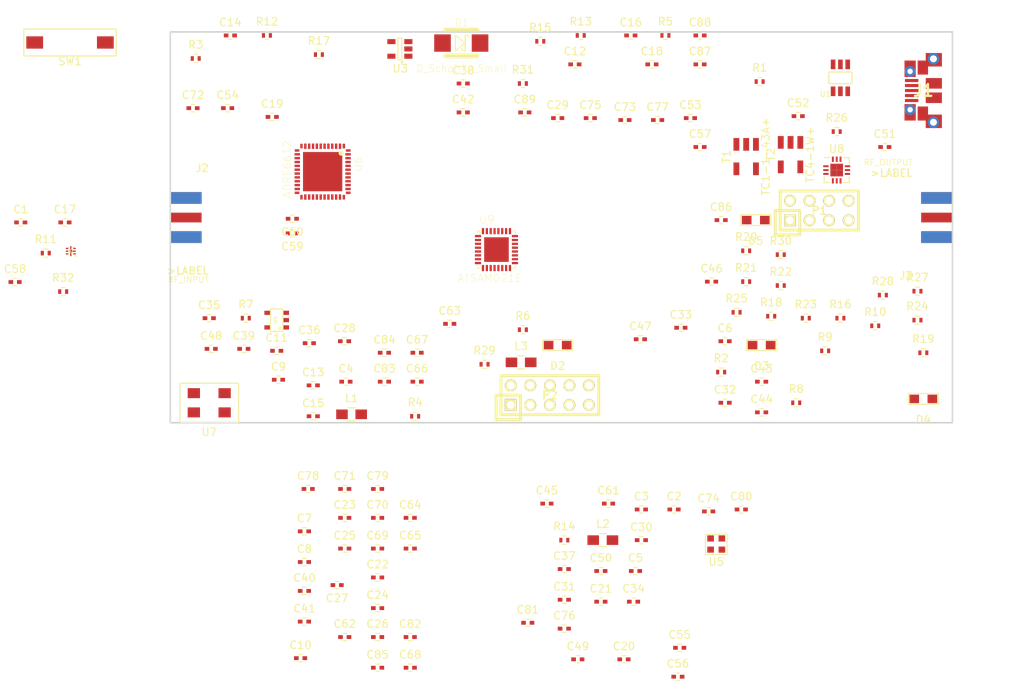
<source format=kicad_pcb>
(kicad_pcb (version 4) (host pcbnew 4.0.2-stable)
  (layers (0 F.Cu signal) (31 B.Cu signal) (34 B.Paste user) (35 F.Paste user) (36 B.SilkS user) (37 F.SilkS user) (38 B.Mask user) (39 F.Mask user) (44 Edge.Cuts user))
  (net 0 "")
  (net 1 "Net-(C1-Pad1)")
  (net 2 "Net-(C1-Pad2)")
  (net 3 /VCC_3.7V)
  (net 4 Earth)
  (net 5 "Net-(C4-Pad1)")
  (net 6 "Net-(C12-Pad1)")
  (net 7 IN_SW_VCTL2)
  (net 8 IN_SW_VCTL1)
  (net 9 "Net-(C10-Pad1)")
  (net 10 "Net-(C12-Pad2)")
  (net 11 "Net-(C13-Pad1)")
  (net 12 "Net-(C16-Pad1)")
  (net 13 "Net-(C17-Pad1)")
  (net 14 "Net-(C18-Pad1)")
  (net 15 /VCC_3.3V)
  (net 16 "Net-(C23-Pad1)")
  (net 17 "Net-(C28-Pad1)")
  (net 18 "Net-(C31-Pad1)")
  (net 19 "Net-(C32-Pad1)")
  (net 20 "Net-(C32-Pad2)")
  (net 21 "Net-(C33-Pad1)")
  (net 22 "Net-(C33-Pad2)")
  (net 23 "Net-(C40-Pad1)")
  (net 24 "Net-(C42-Pad1)")
  (net 25 "Net-(C43-Pad1)")
  (net 26 "Net-(C43-Pad2)")
  (net 27 "Net-(C44-Pad1)")
  (net 28 "Net-(C44-Pad2)")
  (net 29 "Net-(C46-Pad1)")
  (net 30 TCXO_OUT)
  (net 31 "Net-(C47-Pad1)")
  (net 32 "Net-(C47-Pad2)")
  (net 33 "Net-(C49-Pad1)")
  (net 34 "Net-(C49-Pad2)")
  (net 35 "Net-(C51-Pad1)")
  (net 36 "Net-(C51-Pad2)")
  (net 37 "Net-(C52-Pad1)")
  (net 38 "Net-(C52-Pad2)")
  (net 39 "Net-(C54-Pad2)")
  (net 40 "Net-(C55-Pad1)")
  (net 41 "Net-(C55-Pad2)")
  (net 42 "Net-(C56-Pad1)")
  (net 43 "Net-(C56-Pad2)")
  (net 44 "Net-(C57-Pad2)")
  (net 45 "Net-(C59-Pad1)")
  (net 46 "Net-(C71-Pad1)")
  (net 47 "Net-(C76-Pad1)")
  (net 48 "Net-(C86-Pad1)")
  (net 49 /MCU_VDDIN)
  (net 50 /!RESET)
  (net 51 /V_EXT)
  (net 52 "Net-(D2-Pad2)")
  (net 53 "Net-(D3-Pad2)")
  (net 54 "Net-(D4-Pad2)")
  (net 55 "Net-(D5-Pad2)")
  (net 56 "Net-(J1-Pad4)")
  (net 57 "Net-(J1-Pad3)")
  (net 58 "Net-(J1-Pad2)")
  (net 59 "Net-(J1-Pad1)")
  (net 60 "Net-(J3-PadP)")
  (net 61 ADRF_CSNOT)
  (net 62 ADRF_SCLK)
  (net 63 ADRF_SDIO)
  (net 64 OUT_SW_V1)
  (net 65 OUT_SW_V2)
  (net 66 SWDIO)
  (net 67 SWDCLK)
  (net 68 "Net-(P2-Pad6)")
  (net 69 "Net-(P2-Pad7)")
  (net 70 "Net-(P2-Pad8)")
  (net 71 "Net-(P2-Pad9)")
  (net 72 "Net-(R2-Pad2)")
  (net 73 "Net-(R7-Pad2)")
  (net 74 ADRF_VTUNE)
  (net 75 "Net-(R16-Pad2)")
  (net 76 "Net-(R18-Pad2)")
  (net 77 ADRF_MUXOUT)
  (net 78 "Net-(R20-Pad1)")
  (net 79 "Net-(R21-Pad1)")
  (net 80 "Net-(R22-Pad1)")
  (net 81 "Net-(R23-Pad1)")
  (net 82 "Net-(R24-Pad1)")
  (net 83 "Net-(R25-Pad1)")
  (net 84 "Net-(R26-Pad1)")
  (net 85 "Net-(R27-Pad1)")
  (net 86 "Net-(R28-Pad1)")
  (net 87 "Net-(R30-Pad2)")
  (net 88 "Net-(R32-Pad1)")
  (net 89 "Net-(T1-Pad4)")
  (net 90 "Net-(T2-Pad6)")
  (net 91 USB_D+)
  (net 92 USB_D-)
  (net 93 "Net-(U2-Pad1)")
  (net 94 "Net-(U3-Pad3)")
  (net 95 "Net-(U3-Pad4)")
  (net 96 "Net-(U5-PadOUT)")
  (net 97 "Net-(U6-Pad21)")
  (net 98 "Net-(U6-Pad40)")
  (net 99 "Net-(U7-Pad1)")
  (module Footprints:DO-214AA-SMB (layer F.Cu) (at 153.2382 43.7388)
    (fp_text reference D1 (at 0.05 -2.65) (layer F.SilkS) (effects (font (size 1 0.9) (thickness 0.05))))
    (fp_text value D_Schottky_Small (at 0.05 3.3) (layer F.SilkS) (effects (font (size 1 0.9) (thickness 0.05))))
    (pad 2 smd rect (at -2.4384 0) (size 2.159 2.2606) (layers F.Cu F.Paste F.Mask) (net 51 /V_EXT))
    (pad 1 smd rect (at 2.4384 0) (size 2.159 2.2606) (layers F.Cu F.Paste F.Mask) (net 9 "Net-(C10-Pad1)"))
  )
  (module Footprints:LED_kingsbright (layer F.Cu) (at 165.7604 83.0072)
    (fp_text reference D2 (at 0 2.7) (layer F.SilkS))
    (fp_text value Red)
    (pad 2 smd rect (at 1.175 0) (size 1.25 1.1) (layers F.Cu F.Paste F.Mask) (net 52 "Net-(D2-Pad2)"))
    (pad 1 smd rect (at -1.175 0) (size 1.25 1.1) (layers F.Cu F.Paste F.Mask) (net 4 Earth))
  )
  (module Footprints:LED_kingsbright (layer F.Cu) (at 192.2526 83.0072)
    (fp_text reference D3 (at 0 2.7) (layer F.SilkS))
    (fp_text value Green)
    (pad 2 smd rect (at 1.175 0) (size 1.25 1.1) (layers F.Cu F.Paste F.Mask) (net 53 "Net-(D3-Pad2)"))
    (pad 1 smd rect (at -1.175 0) (size 1.25 1.1) (layers F.Cu F.Paste F.Mask) (net 4 Earth))
  )
  (module Footprints:LED_kingsbright (layer F.Cu) (at 213.2584 89.9922)
    (fp_text reference D4 (at 0 2.7) (layer F.SilkS))
    (fp_text value Blue)
    (pad 2 smd rect (at 1.175 0) (size 1.25 1.1) (layers F.Cu F.Paste F.Mask) (net 54 "Net-(D4-Pad2)"))
    (pad 1 smd rect (at -1.175 0) (size 1.25 1.1) (layers F.Cu F.Paste F.Mask) (net 4 Earth))
  )
  (module Footprints:LED_kingsbright (layer F.Cu) (at 191.4906 66.7512)
    (fp_text reference D5 (at 0 2.7) (layer F.SilkS))
    (fp_text value Red)
    (pad 2 smd rect (at 1.175 0) (size 1.25 1.1) (layers F.Cu F.Paste F.Mask) (net 55 "Net-(D5-Pad2)"))
    (pad 1 smd rect (at -1.175 0) (size 1.25 1.1) (layers F.Cu F.Paste F.Mask) (net 4 Earth))
  )
  (module gsg-modules:USB-MICROB-FCI-10103592-EXT (layer F.Cu) (at 215.773 49.911 180)
    (fp_text reference J1 (at 2.49936 0 180) (layer F.SilkS) (effects (font (thickness 0.3048))))
    (fp_text value USB-MICRO-B hide)
    (pad 5 smd rect (at 4.025 -1.3 180) (size 1.75 0.4) (layers F.Cu F.Paste F.Mask) (net 4 Earth))
    (pad 4 smd rect (at 4.025 -0.65 180) (size 1.75 0.4) (layers F.Cu F.Paste F.Mask) (net 56 "Net-(J1-Pad4)"))
    (pad 3 smd rect (at 4.025 0 180) (size 1.75 0.4) (layers F.Cu F.Paste F.Mask) (net 57 "Net-(J1-Pad3)"))
    (pad 2 smd rect (at 4.025 0.65 180) (size 1.75 0.4) (layers F.Cu F.Paste F.Mask) (net 58 "Net-(J1-Pad2)"))
    (pad 1 smd rect (at 4.025 1.3 180) (size 1.75 0.4) (layers F.Cu F.Paste F.Mask) (net 59 "Net-(J1-Pad1)"))
    (pad 0 smd rect (at 1.15 -0.9375 180) (size 2.1 1.375) (layers F.Cu F.Paste F.Mask))
    (pad 0 smd rect (at 1.15 0.9375 180) (size 2.1 1.375) (layers F.Cu F.Paste F.Mask))
    (pad 0 smd rect (at 4.23 -2.83 180) (size 1.46 2.14) (layers F.Cu F.Paste F.Mask))
    (pad 0 smd rect (at 4.23 2.83 180) (size 1.46 2.14) (layers F.Cu F.Paste F.Mask))
    (pad 0 smd rect (at 2.575 -2.9875 180) (size 1.35 1.825) (layers F.Cu F.Mask))
    (pad 0 smd rect (at 2.575 2.9875 180) (size 1.35 1.825) (layers F.Cu F.Mask))
    (pad 0 smd rect (at 1.15 -4 180) (size 2.1 1.75) (layers F.Cu F.Paste F.Mask))
    (pad 0 smd rect (at 1.15 4 180) (size 2.1 1.75) (layers F.Cu F.Paste F.Mask))
    (pad 0 thru_hole circle (at 1.2 -4.125 180) (size 1.5 1.5) (drill 0.9) (layers *.Cu *.Mask))
    (pad 0 thru_hole circle (at 1.2 4.125 180) (size 1.5 1.5) (drill 0.9) (layers *.Cu *.Mask))
    (pad 0 thru_hole circle (at 4.23 -2.49 180) (size 1.4 1.4) (drill 0.7) (layers *.Cu *.Mask))
    (pad 0 thru_hole circle (at 4.23 2.49 180) (size 1.4 1.4) (drill 0.7) (layers *.Cu *.Mask))
  )
  (module adafruit:SMA_EDGELAUNCH (layer F.Cu) (at 115.443 66.421)
    (fp_text reference J2 (at 5.08 -6.985) (layer F.SilkS) (effects (font (size 0.9652 0.9652) (thickness 0.18288)) (justify right top)))
    (fp_text value RF_INPUT (at 5.08 7.62) (layer F.SilkS) (effects (font (size 0.77216 0.77216) (thickness 0.08128)) (justify right top)))
    (fp_text user >LABEL (at 5.08 6.35) (layer F.SilkS) (effects (font (size 0.9652 0.9652) (thickness 0.18288)) (justify right top)))
    (pad GND@ smd rect (at 2.032 -2.54 90) (size 1.524 4.064) (layers F.Cu F.Paste F.Mask) (net 4 Earth))
    (pad GND@ smd rect (at 2.032 2.54 90) (size 1.524 4.064) (layers F.Cu F.Paste F.Mask) (net 4 Earth))
    (pad P smd rect (at 2.032 0 90) (size 1.27 4.064) (layers F.Cu F.Paste F.Mask) (net 2 "Net-(C1-Pad2)"))
    (pad GND@ smd rect (at 2.032 -2.54 90) (size 1.524 4.064) (layers B.Cu B.Paste B.Mask) (net 4 Earth))
    (pad GND@ smd rect (at 2.032 2.54 90) (size 1.524 4.064) (layers B.Cu B.Paste B.Mask) (net 4 Earth))
  )
  (module adafruit:SMA_EDGELAUNCH (layer F.Cu) (at 217.043 66.421 180)
    (fp_text reference J3 (at 5.08 -6.985 180) (layer F.SilkS) (effects (font (size 0.9652 0.9652) (thickness 0.18288)) (justify right top)))
    (fp_text value RF_OUTPUT (at 5.08 7.62 180) (layer F.SilkS) (effects (font (size 0.77216 0.77216) (thickness 0.08128)) (justify right top)))
    (fp_text user >LABEL (at 5.08 6.35 180) (layer F.SilkS) (effects (font (size 0.9652 0.9652) (thickness 0.18288)) (justify right top)))
    (pad GND@ smd rect (at 2.032 -2.54 270) (size 1.524 4.064) (layers F.Cu F.Paste F.Mask) (net 4 Earth))
    (pad GND@ smd rect (at 2.032 2.54 270) (size 1.524 4.064) (layers F.Cu F.Paste F.Mask) (net 4 Earth))
    (pad P smd rect (at 2.032 0 270) (size 1.27 4.064) (layers F.Cu F.Paste F.Mask) (net 60 "Net-(J3-PadP)"))
    (pad GND@ smd rect (at 2.032 -2.54 270) (size 1.524 4.064) (layers B.Cu B.Paste B.Mask) (net 4 Earth))
    (pad GND@ smd rect (at 2.032 2.54 270) (size 1.524 4.064) (layers B.Cu B.Paste B.Mask) (net 4 Earth))
  )
  (module Capacitors_SMD:C_0805_HandSoldering (layer F.Cu) (at 138.9888 91.9988)
    (fp_text reference L1 (at 0 -2.1) (layer F.SilkS))
    (fp_text value 330nH)
    (pad 1 smd rect (at -1.25 0) (size 1.5 1.25) (layers F.Cu F.Paste F.Mask) (net 3 /VCC_3.7V))
    (pad 2 smd rect (at 1.25 0) (size 1.5 1.25) (layers F.Cu F.Paste F.Mask) (net 38 "Net-(C52-Pad2)"))
  )
  (module Capacitors_SMD:C_0805_HandSoldering (layer F.Cu) (at 171.6278 108.3564)
    (fp_text reference L2 (at 0 -2.1) (layer F.SilkS))
    (fp_text value 330nH)
    (pad 1 smd rect (at -1.25 0) (size 1.5 1.25) (layers F.Cu F.Paste F.Mask) (net 3 /VCC_3.7V))
    (pad 2 smd rect (at 1.25 0) (size 1.5 1.25) (layers F.Cu F.Paste F.Mask) (net 36 "Net-(C51-Pad2)"))
  )
  (module Capacitors_SMD:C_0805_HandSoldering (layer F.Cu) (at 161.0106 85.2424)
    (fp_text reference L3 (at 0 -2.1) (layer F.SilkS))
    (fp_text value 10uH)
    (pad 1 smd rect (at -1.25 0) (size 1.5 1.25) (layers F.Cu F.Paste F.Mask) (net 49 /MCU_VDDIN))
    (pad 2 smd rect (at 1.25 0) (size 1.5 1.25) (layers F.Cu F.Paste F.Mask) (net 15 /VCC_3.3V))
  )
  (module gsg-modules:HEADER-2x4 (layer F.Cu) (at 199.7456 65.5066)
    (fp_text reference P1 (at 0 0) (layer F.SilkS) (effects (font (size 1.016 1.016) (thickness 0.2032))))
    (fp_text value CONN_02X04 hide)
    (pad 1 thru_hole rect (at -3.81 1.27) (size 1.524 1.524) (drill 1.016) (layers *.Cu *.Mask F.SilkS) (net 61 ADRF_CSNOT))
    (pad 2 thru_hole circle (at -3.81 -1.27) (size 1.524 1.524) (drill 1.016) (layers *.Cu *.Mask F.SilkS) (net 8 IN_SW_VCTL1))
    (pad 3 thru_hole circle (at -1.27 1.27) (size 1.524 1.524) (drill 1.016) (layers *.Cu *.Mask F.SilkS) (net 62 ADRF_SCLK))
    (pad 4 thru_hole circle (at -1.27 -1.27) (size 1.524 1.524) (drill 1.016) (layers *.Cu *.Mask F.SilkS) (net 7 IN_SW_VCTL2))
    (pad 5 thru_hole circle (at 1.27 1.27) (size 1.524 1.524) (drill 1.016) (layers *.Cu *.Mask F.SilkS) (net 63 ADRF_SDIO))
    (pad 6 thru_hole circle (at 1.27 -1.27) (size 1.524 1.524) (drill 1.016) (layers *.Cu *.Mask F.SilkS) (net 64 OUT_SW_V1))
    (pad 7 thru_hole circle (at 3.81 1.27) (size 1.524 1.524) (drill 1.016) (layers *.Cu *.Mask F.SilkS) (net 4 Earth))
    (pad 8 thru_hole circle (at 3.81 -1.27) (size 1.524 1.524) (drill 1.016) (layers *.Cu *.Mask F.SilkS) (net 65 OUT_SW_V2))
  )
  (module gsg-modules:HEADER-2x5 (layer F.Cu) (at 164.7444 89.5096)
    (fp_text reference P2 (at 0 0) (layer F.SilkS) (effects (font (size 1.016 1.016) (thickness 0.2032))))
    (fp_text value CONN_SWD hide)
    (pad 1 thru_hole rect (at -5.08 1.27) (size 1.524 1.524) (drill 1.016) (layers *.Cu *.Mask F.SilkS) (net 49 /MCU_VDDIN))
    (pad 2 thru_hole circle (at -5.08 -1.27) (size 1.524 1.524) (drill 1.016) (layers *.Cu *.Mask F.SilkS) (net 66 SWDIO))
    (pad 3 thru_hole circle (at -2.54 1.27) (size 1.524 1.524) (drill 1.016) (layers *.Cu *.Mask F.SilkS) (net 4 Earth))
    (pad 4 thru_hole circle (at -2.54 -1.27) (size 1.524 1.524) (drill 1.016) (layers *.Cu *.Mask F.SilkS) (net 67 SWDCLK))
    (pad 5 thru_hole circle (at 0 1.27) (size 1.524 1.524) (drill 1.016) (layers *.Cu *.Mask F.SilkS) (net 4 Earth))
    (pad 6 thru_hole circle (at 0 -1.27) (size 1.524 1.524) (drill 1.016) (layers *.Cu *.Mask F.SilkS) (net 68 "Net-(P2-Pad6)"))
    (pad 7 thru_hole circle (at 2.54 1.27) (size 1.524 1.524) (drill 1.016) (layers *.Cu *.Mask F.SilkS) (net 69 "Net-(P2-Pad7)"))
    (pad 8 thru_hole circle (at 2.54 -1.27) (size 1.524 1.524) (drill 1.016) (layers *.Cu *.Mask F.SilkS) (net 70 "Net-(P2-Pad8)"))
    (pad 9 thru_hole circle (at 5.08 1.27) (size 1.524 1.524) (drill 1.016) (layers *.Cu *.Mask F.SilkS) (net 71 "Net-(P2-Pad9)"))
    (pad 10 thru_hole circle (at 5.08 -1.27) (size 1.524 1.524) (drill 1.016) (layers *.Cu *.Mask F.SilkS) (net 50 /!RESET))
  )
  (module Footprints:Tactile_SW (layer F.Cu) (at 102.4128 43.6626)
    (fp_text reference SW1 (at 0 2.45) (layer F.SilkS))
    (fp_text value SW_PUSH_SMALL_H)
    (pad 2 smd rect (at -4.59 0) (size 2.18 1.6) (layers F.Cu F.Paste F.Mask) (net 4 Earth))
    (pad 1 smd rect (at 4.59 0) (size 2.18 1.6) (layers F.Cu F.Paste F.Mask) (net 88 "Net-(R32-Pad1)"))
  )
  (module Footprints:AT224-1A (layer F.Cu) (at 190.246 58.4962)
    (fp_text reference T1 (at -2.54 0 90) (layer F.SilkS))
    (fp_text value TC1-1-43A+ (at 2.54 0 90) (layer F.SilkS))
    (pad 1 smd rect (at 1.27 -1.59) (size 0.76 1.65) (layers F.Cu F.Paste F.Mask) (net 26 "Net-(C43-Pad2)"))
    (pad 2 smd rect (at 0 -1.59) (size 0.76 1.65) (layers F.Cu F.Paste F.Mask))
    (pad 3 smd rect (at -1.27 -1.59) (size 0.76 1.65) (layers F.Cu F.Paste F.Mask) (net 28 "Net-(C44-Pad2)"))
    (pad 4 smd rect (at -1.27 1.59) (size 0.76 1.65) (layers F.Cu F.Paste F.Mask) (net 89 "Net-(T1-Pad4)"))
    (pad 6 smd rect (at 1.27 1.59) (size 0.76 1.65) (layers F.Cu F.Paste F.Mask) (net 4 Earth))
  )
  (module Footprints:AT224-1A (layer F.Cu) (at 196.0118 58.2422)
    (fp_text reference T2 (at -2.54 0 90) (layer F.SilkS))
    (fp_text value TC4-1W+ (at 2.54 0 90) (layer F.SilkS))
    (pad 1 smd rect (at 1.27 -1.59) (size 0.76 1.65) (layers F.Cu F.Paste F.Mask) (net 35 "Net-(C51-Pad1)"))
    (pad 2 smd rect (at 0 -1.59) (size 0.76 1.65) (layers F.Cu F.Paste F.Mask) (net 44 "Net-(C57-Pad2)"))
    (pad 3 smd rect (at -1.27 -1.59) (size 0.76 1.65) (layers F.Cu F.Paste F.Mask) (net 37 "Net-(C52-Pad1)"))
    (pad 4 smd rect (at -1.27 1.59) (size 0.76 1.65) (layers F.Cu F.Paste F.Mask) (net 4 Earth))
    (pad 6 smd rect (at 1.27 1.59) (size 0.76 1.65) (layers F.Cu F.Paste F.Mask) (net 90 "Net-(T2-Pad6)"))
  )
  (module hack-footprints:TSOP-6 (layer F.Cu) (at 202.4888 48.26)
    (fp_text reference U1 (at -1.9685 2.0955 180) (layer F.SilkS) (effects (font (size 0.7 0.7) (thickness 0.1))))
    (fp_text value STF202 hide)
    (pad 6 smd rect (at -0.95 -1.75) (size 0.6 1.25) (layers F.Cu F.Paste F.Mask) (net 4 Earth))
    (pad 5 smd rect (at 0 -1.75) (size 0.6 1.25) (layers F.Cu F.Paste F.Mask) (net 91 USB_D+))
    (pad 4 smd rect (at 0.95 -1.75) (size 0.6 1.25) (layers F.Cu F.Paste F.Mask) (net 92 USB_D-))
    (pad 3 smd rect (at 0.95 1.75) (size 0.6 1.25) (layers F.Cu F.Paste F.Mask) (net 57 "Net-(J1-Pad3)"))
    (pad 2 smd rect (at 0 1.75) (size 0.6 1.25) (layers F.Cu F.Paste F.Mask) (net 58 "Net-(J1-Pad2)"))
    (pad 1 smd rect (at -0.95 1.75) (size 0.6 1.25) (layers F.Cu F.Paste F.Mask) (net 59 "Net-(J1-Pad1)"))
  )
  (module gsg-modules:SKY13351-378LF (layer F.Cu) (at 102.5144 70.7898 180)
    (fp_text reference U2 (at 0 0 180) (layer F.SilkS) (effects (font (size 0.50038 0.29972) (thickness 0.0762))))
    (fp_text value SKY13351 hide)
    (pad 1 smd rect (at -0.48514 -0.35052 180) (size 0.3302 0.1524) (layers F.Cu F.Paste F.Mask) (net 93 "Net-(U2-Pad1)"))
    (pad 2 smd rect (at -0.32512 0 180) (size 0.65024 0.1524) (layers F.Cu F.Paste F.Mask) (net 4 Earth))
    (pad 3 smd rect (at -0.48514 0.35052 180) (size 0.3302 0.1524) (layers F.Cu F.Paste F.Mask) (net 40 "Net-(C55-Pad1)"))
    (pad 4 smd rect (at 0.48514 0.35052 180) (size 0.3302 0.1524) (layers F.Cu F.Paste F.Mask) (net 7 IN_SW_VCTL2))
    (pad 5 smd rect (at 0.48514 0 180) (size 0.3302 0.1524) (layers F.Cu F.Paste F.Mask) (net 1 "Net-(C1-Pad1)"))
    (pad 6 smd rect (at 0.48514 -0.35052 180) (size 0.3302 0.1524) (layers F.Cu F.Paste F.Mask) (net 8 IN_SW_VCTL1))
    (pad 2 smd rect (at 0 0 180) (size 0.1524 1.30048) (layers F.Cu F.Paste F.Mask) (net 4 Earth))
    (pad 2 smd oval (at 0.06604 0 180) (size 0.12954 0.50038) (layers F.Cu F.Paste F.Mask) (net 4 Earth))
    (pad 2 smd oval (at -0.10922 -0.0889 135) (size 0.14986 0.39878) (layers F.Cu F.Paste F.Mask) (net 4 Earth))
    (pad 2 smd oval (at -0.09906 0.0889 225) (size 0.14986 0.39878) (layers F.Cu F.Paste F.Mask) (net 4 Earth))
  )
  (module TO_SOT_Packages_SMD:SOT-23-5 (layer F.Cu) (at 145.2626 44.5008 180)
    (fp_text reference U3 (at -0.05 -2.55 180) (layer F.SilkS))
    (fp_text value MIC5504-3.3YM5-TR)
    (pad 1 smd rect (at -1.1 -0.95 180) (size 1.06 0.65) (layers F.Cu F.Paste F.Mask) (net 9 "Net-(C10-Pad1)"))
    (pad 2 smd rect (at -1.1 0 180) (size 1.06 0.65) (layers F.Cu F.Paste F.Mask) (net 4 Earth))
    (pad 3 smd rect (at -1.1 0.95 180) (size 1.06 0.65) (layers F.Cu F.Paste F.Mask) (net 94 "Net-(U3-Pad3)"))
    (pad 4 smd rect (at 1.1 0.95 180) (size 1.06 0.65) (layers F.Cu F.Paste F.Mask) (net 95 "Net-(U3-Pad4)"))
    (pad 5 smd rect (at 1.1 -0.95 180) (size 1.06 0.65) (layers F.Cu F.Paste F.Mask) (net 15 /VCC_3.3V))
  )
  (module gsg-modules:SOT25 (layer F.Cu) (at 129.2606 79.756 90)
    (fp_text reference U4 (at 0 -0.18 90) (layer F.SilkS) (effects (font (size 0.4 0.5) (thickness 0.1))))
    (fp_text value AP7365-WG-7 hide)
    (pad 1 smd rect (at -0.95 1.2 90) (size 0.55 0.8) (layers F.Cu F.Paste F.Mask) (net 9 "Net-(C10-Pad1)"))
    (pad 2 smd rect (at 0 1.2 90) (size 0.55 0.8) (layers F.Cu F.Paste F.Mask) (net 4 Earth))
    (pad 3 smd rect (at 0.95 1.2 90) (size 0.55 0.8) (layers F.Cu F.Paste F.Mask) (net 9 "Net-(C10-Pad1)"))
    (pad 4 smd rect (at 0.95 -1.2 90) (size 0.55 0.8) (layers F.Cu F.Paste F.Mask) (net 73 "Net-(R7-Pad2)"))
    (pad 5 smd rect (at -0.95 -1.2 90) (size 0.55 0.8) (layers F.Cu F.Paste F.Mask) (net 3 /VCC_3.7V))
  )
  (module Footprints:CP_0805 (layer F.Cu) (at 186.3598 108.8644)
    (fp_text reference U5 (at 0 2.3) (layer F.SilkS))
    (fp_text value LP0805A0881AS)
    (pad GND smd rect (at 0.7325 0.725) (size 0.865 0.8) (layers F.Cu F.Paste F.Mask) (net 4 Earth))
    (pad GND smd rect (at 0.7325 -0.725) (size 0.865 0.8) (layers F.Cu F.Paste F.Mask) (net 4 Earth))
    (pad OUT smd rect (at -0.7325 0.725) (size 0.865 0.8) (layers F.Cu F.Paste F.Mask) (net 96 "Net-(U5-PadOUT)"))
    (pad IN smd rect (at -0.7325 -0.725) (size 0.865 0.8) (layers F.Cu F.Paste F.Mask) (net 93 "Net-(U2-Pad1)"))
  )
  (module ADRF6612_LFCSP48:LFCSP48 (layer F.Cu) (at 135.2296 60.452 270)
    (fp_text reference U6 (at -0.96 -4.635 270) (layer F.SilkS) (effects (font (thickness 0.05))))
    (fp_text value ADRF6612 (at -0.325 4.615 270) (layer F.SilkS) (effects (font (thickness 0.05))))
    (pad 1 smd rect (at -3.325 -2.75 270) (size 0.6 0.32) (layers F.Cu F.Paste F.Mask) (net 4 Earth))
    (pad 2 smd rect (at -3.3 -2.25 270) (size 0.7 0.32) (layers F.Cu F.Paste F.Mask) (net 14 "Net-(C18-Pad1)"))
    (pad 3 smd rect (at -3.3 -1.75 270) (size 0.7 0.32) (layers F.Cu F.Paste F.Mask) (net 4 Earth))
    (pad 4 smd rect (at -3.3 -1.25 270) (size 0.7 0.32) (layers F.Cu F.Paste F.Mask) (net 19 "Net-(C32-Pad1)"))
    (pad 5 smd rect (at -3.3 -0.75 270) (size 0.7 0.32) (layers F.Cu F.Paste F.Mask) (net 21 "Net-(C33-Pad1)"))
    (pad 6 smd rect (at -3.3 -0.25 270) (size 0.7 0.32) (layers F.Cu F.Paste F.Mask) (net 4 Earth))
    (pad 7 smd rect (at -3.3 0.25 270) (size 0.7 0.32) (layers F.Cu F.Paste F.Mask) (net 3 /VCC_3.7V))
    (pad 8 smd rect (at -3.3 0.75 270) (size 0.7 0.32) (layers F.Cu F.Paste F.Mask) (net 5 "Net-(C4-Pad1)"))
    (pad 9 smd rect (at -3.3 1.25 270) (size 0.7 0.32) (layers F.Cu F.Paste F.Mask) (net 11 "Net-(C13-Pad1)"))
    (pad 10 smd rect (at -3.3 1.75 270) (size 0.7 0.32) (layers F.Cu F.Paste F.Mask) (net 13 "Net-(C17-Pad1)"))
    (pad 11 smd rect (at -3.3 2.25 270) (size 0.7 0.32) (layers F.Cu F.Paste F.Mask) (net 16 "Net-(C23-Pad1)"))
    (pad 12 smd rect (at -3.325 2.75 270) (size 0.6 0.32) (layers F.Cu F.Paste F.Mask) (net 17 "Net-(C28-Pad1)"))
    (pad 13 smd rect (at -2.75 3.325) (size 0.6 0.32) (layers F.Cu F.Paste F.Mask) (net 25 "Net-(C43-Pad1)"))
    (pad 14 smd rect (at -2.25 3.3) (size 0.7 0.32) (layers F.Cu F.Paste F.Mask) (net 27 "Net-(C44-Pad1)"))
    (pad 15 smd rect (at -1.75 3.3) (size 0.7 0.32) (layers F.Cu F.Paste F.Mask) (net 24 "Net-(C42-Pad1)"))
    (pad 16 smd rect (at -1.25 3.3) (size 0.7 0.32) (layers F.Cu F.Paste F.Mask) (net 3 /VCC_3.7V))
    (pad 17 smd rect (at -0.75 3.3) (size 0.7 0.32) (layers F.Cu F.Paste F.Mask) (net 63 ADRF_SDIO))
    (pad 18 smd rect (at -0.25 3.3) (size 0.7 0.32) (layers F.Cu F.Paste F.Mask) (net 62 ADRF_SCLK))
    (pad 19 smd rect (at 0.25 3.3) (size 0.7 0.32) (layers F.Cu F.Paste F.Mask) (net 61 ADRF_CSNOT))
    (pad 20 smd rect (at 0.75 3.3) (size 0.7 0.32) (layers F.Cu F.Paste F.Mask) (net 3 /VCC_3.7V))
    (pad 21 smd rect (at 1.25 3.3) (size 0.7 0.32) (layers F.Cu F.Paste F.Mask) (net 97 "Net-(U6-Pad21)"))
    (pad 22 smd rect (at 1.75 3.3) (size 0.7 0.32) (layers F.Cu F.Paste F.Mask) (net 31 "Net-(C47-Pad1)"))
    (pad 23 smd rect (at 2.25 3.3) (size 0.7 0.32) (layers F.Cu F.Paste F.Mask) (net 33 "Net-(C49-Pad1)"))
    (pad 24 smd rect (at 2.75 3.325) (size 0.6 0.32) (layers F.Cu F.Paste F.Mask) (net 4 Earth))
    (pad 25 smd rect (at 3.325 2.75 90) (size 0.6 0.32) (layers F.Cu F.Paste F.Mask) (net 45 "Net-(C59-Pad1)"))
    (pad 26 smd rect (at 3.3 2.25 90) (size 0.7 0.32) (layers F.Cu F.Paste F.Mask) (net 42 "Net-(C56-Pad1)"))
    (pad 27 smd rect (at 3.3 1.75 90) (size 0.7 0.32) (layers F.Cu F.Paste F.Mask) (net 3 /VCC_3.7V))
    (pad 28 smd rect (at 3.3 1.25 90) (size 0.7 0.32) (layers F.Cu F.Paste F.Mask) (net 3 /VCC_3.7V))
    (pad 29 smd rect (at 3.3 0.75 90) (size 0.7 0.32) (layers F.Cu F.Paste F.Mask) (net 3 /VCC_3.7V))
    (pad 30 smd rect (at 3.3 0.25 90) (size 0.7 0.32) (layers F.Cu F.Paste F.Mask) (net 47 "Net-(C76-Pad1)"))
    (pad 31 smd rect (at 3.3 -0.25 90) (size 0.7 0.32) (layers F.Cu F.Paste F.Mask) (net 3 /VCC_3.7V))
    (pad 32 smd rect (at 3.3 -0.75 90) (size 0.7 0.32) (layers F.Cu F.Paste F.Mask) (net 3 /VCC_3.7V))
    (pad 33 smd rect (at 3.3 -1.25 90) (size 0.7 0.32) (layers F.Cu F.Paste F.Mask) (net 3 /VCC_3.7V))
    (pad 34 smd rect (at 3.3 -1.75 90) (size 0.7 0.32) (layers F.Cu F.Paste F.Mask) (net 3 /VCC_3.7V))
    (pad 35 smd rect (at 3.3 -2.25 90) (size 0.7 0.32) (layers F.Cu F.Paste F.Mask) (net 41 "Net-(C55-Pad2)"))
    (pad 36 smd rect (at 3.325 -2.75 90) (size 0.6 0.32) (layers F.Cu F.Paste F.Mask) (net 39 "Net-(C54-Pad2)"))
    (pad 37 smd rect (at 2.75 -3.325 180) (size 0.6 0.32) (layers F.Cu F.Paste F.Mask) (net 4 Earth))
    (pad 38 smd rect (at 2.25 -3.3 180) (size 0.7 0.32) (layers F.Cu F.Paste F.Mask) (net 36 "Net-(C51-Pad2)"))
    (pad 39 smd rect (at 1.75 -3.3 180) (size 0.7 0.32) (layers F.Cu F.Paste F.Mask) (net 38 "Net-(C52-Pad2)"))
    (pad 40 smd rect (at 1.25 -3.3 180) (size 0.7 0.32) (layers F.Cu F.Paste F.Mask) (net 98 "Net-(U6-Pad40)"))
    (pad 41 smd rect (at 0.75 -3.3 180) (size 0.7 0.32) (layers F.Cu F.Paste F.Mask) (net 3 /VCC_3.7V))
    (pad 42 smd rect (at 0.25 -3.3 180) (size 0.7 0.32) (layers F.Cu F.Paste F.Mask) (net 77 ADRF_MUXOUT))
    (pad 43 smd rect (at -0.25 -3.3 180) (size 0.7 0.32) (layers F.Cu F.Paste F.Mask) (net 29 "Net-(C46-Pad1)"))
    (pad 44 smd rect (at -0.75 -3.3 180) (size 0.7 0.32) (layers F.Cu F.Paste F.Mask) (net 23 "Net-(C40-Pad1)"))
    (pad 45 smd rect (at -1.25 -3.3 180) (size 0.7 0.32) (layers F.Cu F.Paste F.Mask) (net 18 "Net-(C31-Pad1)"))
    (pad 46 smd rect (at -1.75 -3.3 180) (size 0.7 0.32) (layers F.Cu F.Paste F.Mask) (net 3 /VCC_3.7V))
    (pad 47 smd rect (at -2.25 -3.3 180) (size 0.7 0.32) (layers F.Cu F.Paste F.Mask) (net 72 "Net-(R2-Pad2)"))
    (pad 48 smd rect (at -2.75 -3.325 180) (size 0.6 0.32) (layers F.Cu F.Paste F.Mask) (net 4 Earth))
    (pad EXP smd rect (at 0 0 270) (size 5.1 5.1) (layers F.Cu F.Paste F.Mask) (net 4 Earth))
  )
  (module Footprints:FOX924 (layer F.Cu) (at 120.4976 90.5002)
    (fp_text reference U7 (at 0 3.81) (layer F.SilkS))
    (fp_text value FOX924B-16.000)
    (pad 2 smd rect (at 2 1.25) (size 1.6 1.3) (layers F.Cu F.Paste F.Mask) (net 4 Earth))
    (pad 1 smd rect (at -2 1.25) (size 1.6 1.3) (layers F.Cu F.Paste F.Mask) (net 99 "Net-(U7-Pad1)"))
    (pad 3 smd rect (at 2 -1.25) (size 1.6 1.3) (layers F.Cu F.Paste F.Mask) (net 30 TCXO_OUT))
    (pad 4 smd rect (at -2 -1.25) (size 1.6 1.3) (layers F.Cu F.Paste F.Mask) (net 15 /VCC_3.3V))
  )
  (module Housings_DFN_QFN:QFN-12-1EP_3x3mm_Pitch0.5mm (layer F.Cu) (at 202.0062 60.2488)
    (fp_text reference U8 (at 0 -2.75) (layer F.SilkS))
    (fp_text value SKY13373)
    (pad 1 smd rect (at -1.4 -0.5) (size 0.7 0.25) (layers F.Cu F.Paste F.Mask) (net 90 "Net-(T2-Pad6)"))
    (pad 2 smd rect (at -1.4 0) (size 0.7 0.25) (layers F.Cu F.Paste F.Mask) (net 4 Earth))
    (pad 3 smd rect (at -1.4 0.5) (size 0.7 0.25) (layers F.Cu F.Paste F.Mask) (net 89 "Net-(T1-Pad4)"))
    (pad 4 smd rect (at -0.5 1.4 90) (size 0.7 0.25) (layers F.Cu F.Paste F.Mask) (net 64 OUT_SW_V1))
    (pad 5 smd rect (at 0 1.4 90) (size 0.7 0.25) (layers F.Cu F.Paste F.Mask) (net 65 OUT_SW_V2))
    (pad 6 smd rect (at 0.5 1.4 90) (size 0.7 0.25) (layers F.Cu F.Paste F.Mask) (net 15 /VCC_3.3V))
    (pad 7 smd rect (at 1.4 0.5) (size 0.7 0.25) (layers F.Cu F.Paste F.Mask) (net 4 Earth))
    (pad 8 smd rect (at 1.4 0) (size 0.7 0.25) (layers F.Cu F.Paste F.Mask) (net 4 Earth))
    (pad 9 smd rect (at 1.4 -0.5) (size 0.7 0.25) (layers F.Cu F.Paste F.Mask) (net 96 "Net-(U5-PadOUT)"))
    (pad 10 smd rect (at 0.5 -1.4 90) (size 0.7 0.25) (layers F.Cu F.Paste F.Mask) (net 4 Earth))
    (pad 11 smd rect (at 0 -1.4 90) (size 0.7 0.25) (layers F.Cu F.Paste F.Mask) (net 60 "Net-(J3-PadP)"))
    (pad 12 smd rect (at -0.5 -1.4 90) (size 0.7 0.25) (layers F.Cu F.Paste F.Mask) (net 4 Earth))
    (pad 13 smd rect (at 0.4125 0.4125) (size 0.825 0.825) (layers F.Cu F.Paste F.Mask))
    (pad 13 smd rect (at 0.4125 -0.4125) (size 0.825 0.825) (layers F.Cu F.Paste F.Mask))
    (pad 13 smd rect (at -0.4125 0.4125) (size 0.825 0.825) (layers F.Cu F.Paste F.Mask))
    (pad 13 smd rect (at -0.4125 -0.4125) (size 0.825 0.825) (layers F.Cu F.Paste F.Mask))
  )
  (module QFN32:QFN32 (layer F.Cu) (at 157.8102 70.5866)
    (fp_text reference U9 (at -1.26 -3.885) (layer F.SilkS) (effects (font (thickness 0.05))))
    (fp_text value ATSAMD21E (at -0.875 3.715) (layer F.SilkS) (effects (font (thickness 0.05))))
    (pad EXP smd rect (at 0 0) (size 3.2 3.2) (layers F.Cu F.Paste F.Mask) (net 4 Earth))
    (pad 1 smd rect (at -2.4 -1.75) (size 0.8 0.3) (layers F.Cu F.Paste F.Mask) (net 30 TCXO_OUT))
    (pad 2 smd rect (at -2.4 -1.25) (size 0.8 0.3) (layers F.Cu F.Paste F.Mask) (net 78 "Net-(R20-Pad1)"))
    (pad 3 smd rect (at -2.4 -0.75) (size 0.8 0.3) (layers F.Cu F.Paste F.Mask) (net 74 ADRF_VTUNE))
    (pad 4 smd rect (at -2.4 -0.25) (size 0.8 0.3) (layers F.Cu F.Paste F.Mask) (net 79 "Net-(R21-Pad1)"))
    (pad 5 smd rect (at -2.4 0.25) (size 0.8 0.3) (layers F.Cu F.Paste F.Mask) (net 80 "Net-(R22-Pad1)"))
    (pad 6 smd rect (at -2.4 0.75) (size 0.8 0.3) (layers F.Cu F.Paste F.Mask) (net 81 "Net-(R23-Pad1)"))
    (pad 7 smd rect (at -2.4 1.25) (size 0.8 0.3) (layers F.Cu F.Paste F.Mask) (net 82 "Net-(R24-Pad1)"))
    (pad 8 smd rect (at -2.4 1.75) (size 0.8 0.3) (layers F.Cu F.Paste F.Mask) (net 83 "Net-(R25-Pad1)"))
    (pad 9 smd rect (at -1.75 2.4 90) (size 0.8 0.3) (layers F.Cu F.Paste F.Mask) (net 46 "Net-(C71-Pad1)"))
    (pad 10 smd rect (at -1.25 2.4 90) (size 0.8 0.3) (layers F.Cu F.Paste F.Mask) (net 4 Earth))
    (pad 11 smd rect (at -0.75 2.4 90) (size 0.8 0.3) (layers F.Cu F.Paste F.Mask) (net 61 ADRF_CSNOT))
    (pad 12 smd rect (at -0.25 2.4 90) (size 0.8 0.3) (layers F.Cu F.Paste F.Mask) (net 63 ADRF_SDIO))
    (pad 13 smd rect (at 0.25 2.4 90) (size 0.8 0.3) (layers F.Cu F.Paste F.Mask) (net 76 "Net-(R18-Pad2)"))
    (pad 14 smd rect (at 0.75 2.4 90) (size 0.8 0.3) (layers F.Cu F.Paste F.Mask) (net 62 ADRF_SCLK))
    (pad 15 smd rect (at 1.25 2.4 90) (size 0.8 0.3) (layers F.Cu F.Paste F.Mask) (net 75 "Net-(R16-Pad2)"))
    (pad 16 smd rect (at 1.75 2.4 90) (size 0.8 0.3) (layers F.Cu F.Paste F.Mask) (net 77 ADRF_MUXOUT))
    (pad 17 smd rect (at 2.4 1.75) (size 0.8 0.3) (layers F.Cu F.Paste F.Mask) (net 65 OUT_SW_V2))
    (pad 18 smd rect (at 2.4 1.25) (size 0.8 0.3) (layers F.Cu F.Paste F.Mask) (net 64 OUT_SW_V1))
    (pad 19 smd rect (at 2.4 0.75) (size 0.8 0.3) (layers F.Cu F.Paste F.Mask) (net 7 IN_SW_VCTL2))
    (pad 20 smd rect (at 2.4 0.25) (size 0.8 0.3) (layers F.Cu F.Paste F.Mask) (net 8 IN_SW_VCTL1))
    (pad 21 smd rect (at 2.4 -0.25) (size 0.8 0.3) (layers F.Cu F.Paste F.Mask) (net 86 "Net-(R28-Pad1)"))
    (pad 22 smd rect (at 2.4 -0.75) (size 0.8 0.3) (layers F.Cu F.Paste F.Mask) (net 85 "Net-(R27-Pad1)"))
    (pad 23 smd rect (at 2.4 -1.25) (size 0.8 0.3) (layers F.Cu F.Paste F.Mask) (net 92 USB_D-))
    (pad 24 smd rect (at 2.4 -1.75) (size 0.8 0.3) (layers F.Cu F.Paste F.Mask) (net 91 USB_D+))
    (pad 25 smd rect (at 1.75 -2.4 90) (size 0.8 0.3) (layers F.Cu F.Paste F.Mask) (net 84 "Net-(R26-Pad1)"))
    (pad 26 smd rect (at 1.25 -2.4 90) (size 0.8 0.3) (layers F.Cu F.Paste F.Mask) (net 50 /!RESET))
    (pad 27 smd rect (at 0.75 -2.4 90) (size 0.8 0.3) (layers F.Cu F.Paste F.Mask) (net 87 "Net-(R30-Pad2)"))
    (pad 28 smd rect (at 0.25 -2.4 90) (size 0.8 0.3) (layers F.Cu F.Paste F.Mask) (net 4 Earth))
    (pad 29 smd rect (at -0.25 -2.4 90) (size 0.8 0.3) (layers F.Cu F.Paste F.Mask) (net 48 "Net-(C86-Pad1)"))
    (pad 30 smd rect (at -0.75 -2.4 90) (size 0.8 0.3) (layers F.Cu F.Paste F.Mask) (net 49 /MCU_VDDIN))
    (pad 31 smd rect (at -1.25 -2.4 90) (size 0.8 0.3) (layers F.Cu F.Paste F.Mask) (net 67 SWDCLK))
    (pad 32 smd rect (at -1.75 -2.4 90) (size 0.8 0.3) (layers F.Cu F.Paste F.Mask) (net 66 SWDIO))
  )
  (module Capacitors_SMD:C_0402 (layer F.Cu) (at 96.012 67.056)
    (fp_text reference C1 (at 0 -1.7) (layer F.SilkS))
    (fp_text value 100pF)
    (pad 1 smd rect (at -0.55 0) (size 0.6 0.5) (layers F.Cu F.Paste F.Mask) (net 1 "Net-(C1-Pad1)"))
    (pad 2 smd rect (at 0.55 0) (size 0.6 0.5) (layers F.Cu F.Paste F.Mask) (net 2 "Net-(C1-Pad2)"))
  )
  (module Capacitors_SMD:C_0402 (layer F.Cu) (at 180.8734 104.3686)
    (fp_text reference C2 (at 0 -1.7) (layer F.SilkS))
    (fp_text value 10uF)
    (pad 1 smd rect (at -0.55 0) (size 0.6 0.5) (layers F.Cu F.Paste F.Mask) (net 3 /VCC_3.7V))
    (pad 2 smd rect (at 0.55 0) (size 0.6 0.5) (layers F.Cu F.Paste F.Mask) (net 4 Earth))
  )
  (module Capacitors_SMD:C_0402 (layer F.Cu) (at 176.6316 104.3686)
    (fp_text reference C3 (at 0 -1.7) (layer F.SilkS))
    (fp_text value 10uF)
    (pad 1 smd rect (at -0.55 0) (size 0.6 0.5) (layers F.Cu F.Paste F.Mask) (net 3 /VCC_3.7V))
    (pad 2 smd rect (at 0.55 0) (size 0.6 0.5) (layers F.Cu F.Paste F.Mask) (net 4 Earth))
  )
  (module Capacitors_SMD:C_0402 (layer F.Cu) (at 138.2522 87.757)
    (fp_text reference C4 (at 0 -1.7) (layer F.SilkS))
    (fp_text value 10uF)
    (pad 1 smd rect (at -0.55 0) (size 0.6 0.5) (layers F.Cu F.Paste F.Mask) (net 5 "Net-(C4-Pad1)"))
    (pad 2 smd rect (at 0.55 0) (size 0.6 0.5) (layers F.Cu F.Paste F.Mask) (net 4 Earth))
  )
  (module Capacitors_SMD:C_0402 (layer F.Cu) (at 175.8696 112.3696)
    (fp_text reference C5 (at 0 -1.7) (layer F.SilkS))
    (fp_text value 0.1uF)
    (pad 1 smd rect (at -0.55 0) (size 0.6 0.5) (layers F.Cu F.Paste F.Mask) (net 3 /VCC_3.7V))
    (pad 2 smd rect (at 0.55 0) (size 0.6 0.5) (layers F.Cu F.Paste F.Mask) (net 4 Earth))
  )
  (module Capacitors_SMD:C_0402 (layer F.Cu) (at 187.5028 82.4992)
    (fp_text reference C6 (at 0 -1.7) (layer F.SilkS))
    (fp_text value 1500pF)
    (pad 1 smd rect (at -0.55 0) (size 0.6 0.5) (layers F.Cu F.Paste F.Mask) (net 6 "Net-(C12-Pad1)"))
    (pad 2 smd rect (at 0.55 0) (size 0.6 0.5) (layers F.Cu F.Paste F.Mask) (net 4 Earth))
  )
  (module Capacitors_SMD:C_0402 (layer F.Cu) (at 132.8674 107.2134)
    (fp_text reference C7 (at 0 -1.7) (layer F.SilkS))
    (fp_text value 33pF)
    (pad 1 smd rect (at -0.55 0) (size 0.6 0.5) (layers F.Cu F.Paste F.Mask) (net 4 Earth))
    (pad 2 smd rect (at 0.55 0) (size 0.6 0.5) (layers F.Cu F.Paste F.Mask) (net 7 IN_SW_VCTL2))
  )
  (module Capacitors_SMD:C_0402 (layer F.Cu) (at 132.8674 111.2012)
    (fp_text reference C8 (at 0 -1.7) (layer F.SilkS))
    (fp_text value 33pF)
    (pad 1 smd rect (at -0.55 0) (size 0.6 0.5) (layers F.Cu F.Paste F.Mask) (net 8 IN_SW_VCTL1))
    (pad 2 smd rect (at 0.55 0) (size 0.6 0.5) (layers F.Cu F.Paste F.Mask) (net 4 Earth))
  )
  (module Capacitors_SMD:C_0402 (layer F.Cu) (at 129.4892 87.503)
    (fp_text reference C9 (at 0 -1.7) (layer F.SilkS))
    (fp_text value 100pF)
    (pad 1 smd rect (at -0.55 0) (size 0.6 0.5) (layers F.Cu F.Paste F.Mask) (net 5 "Net-(C4-Pad1)"))
    (pad 2 smd rect (at 0.55 0) (size 0.6 0.5) (layers F.Cu F.Paste F.Mask) (net 4 Earth))
  )
  (module Capacitors_SMD:C_0402 (layer F.Cu) (at 132.3594 123.698)
    (fp_text reference C10 (at 0 -1.7) (layer F.SilkS))
    (fp_text value 1uF)
    (pad 1 smd rect (at -0.55 0) (size 0.6 0.5) (layers F.Cu F.Paste F.Mask) (net 9 "Net-(C10-Pad1)"))
    (pad 2 smd rect (at 0.55 0) (size 0.6 0.5) (layers F.Cu F.Paste F.Mask) (net 4 Earth))
  )
  (module Capacitors_SMD:C_0402 (layer F.Cu) (at 129.2606 83.7438)
    (fp_text reference C11 (at 0 -1.7) (layer F.SilkS))
    (fp_text value 10pF)
    (pad 1 smd rect (at -0.55 0) (size 0.6 0.5) (layers F.Cu F.Paste F.Mask) (net 3 /VCC_3.7V))
    (pad 2 smd rect (at 0.55 0) (size 0.6 0.5) (layers F.Cu F.Paste F.Mask) (net 4 Earth))
  )
  (module Capacitors_SMD:C_0402 (layer F.Cu) (at 167.9956 46.5074)
    (fp_text reference C12 (at 0 -1.7) (layer F.SilkS))
    (fp_text value 0.033uF)
    (pad 1 smd rect (at -0.55 0) (size 0.6 0.5) (layers F.Cu F.Paste F.Mask) (net 6 "Net-(C12-Pad1)"))
    (pad 2 smd rect (at 0.55 0) (size 0.6 0.5) (layers F.Cu F.Paste F.Mask) (net 10 "Net-(C12-Pad2)"))
  )
  (module Capacitors_SMD:C_0402 (layer F.Cu) (at 134.0104 88.2396)
    (fp_text reference C13 (at 0 -1.7) (layer F.SilkS))
    (fp_text value 10uF)
    (pad 1 smd rect (at -0.55 0) (size 0.6 0.5) (layers F.Cu F.Paste F.Mask) (net 11 "Net-(C13-Pad1)"))
    (pad 2 smd rect (at 0.55 0) (size 0.6 0.5) (layers F.Cu F.Paste F.Mask) (net 4 Earth))
  )
  (module Capacitors_SMD:C_0402 (layer F.Cu) (at 123.2408 42.7482)
    (fp_text reference C14 (at 0 -1.7) (layer F.SilkS))
    (fp_text value 1uF)
    (pad 1 smd rect (at -0.55 0) (size 0.6 0.5) (layers F.Cu F.Paste F.Mask) (net 9 "Net-(C10-Pad1)"))
    (pad 2 smd rect (at 0.55 0) (size 0.6 0.5) (layers F.Cu F.Paste F.Mask) (net 4 Earth))
  )
  (module Capacitors_SMD:C_0402 (layer F.Cu) (at 134.0104 92.2528)
    (fp_text reference C15 (at 0 -1.7) (layer F.SilkS))
    (fp_text value 100pF)
    (pad 1 smd rect (at -0.55 0) (size 0.6 0.5) (layers F.Cu F.Paste F.Mask) (net 11 "Net-(C13-Pad1)"))
    (pad 2 smd rect (at 0.55 0) (size 0.6 0.5) (layers F.Cu F.Paste F.Mask) (net 4 Earth))
  )
  (module Capacitors_SMD:C_0402 (layer F.Cu) (at 175.26 42.7482)
    (fp_text reference C16 (at 0 -1.7) (layer F.SilkS))
    (fp_text value 560pF)
    (pad 1 smd rect (at -0.55 0) (size 0.6 0.5) (layers F.Cu F.Paste F.Mask) (net 12 "Net-(C16-Pad1)"))
    (pad 2 smd rect (at 0.55 0) (size 0.6 0.5) (layers F.Cu F.Paste F.Mask) (net 4 Earth))
  )
  (module Capacitors_SMD:C_0402 (layer F.Cu) (at 101.7524 67.056)
    (fp_text reference C17 (at 0 -1.7) (layer F.SilkS))
    (fp_text value 10uF)
    (pad 1 smd rect (at -0.55 0) (size 0.6 0.5) (layers F.Cu F.Paste F.Mask) (net 13 "Net-(C17-Pad1)"))
    (pad 2 smd rect (at 0.55 0) (size 0.6 0.5) (layers F.Cu F.Paste F.Mask) (net 4 Earth))
  )
  (module Capacitors_SMD:C_0402 (layer F.Cu) (at 178.0032 46.5074)
    (fp_text reference C18 (at 0 -1.7) (layer F.SilkS))
    (fp_text value 39pF)
    (pad 1 smd rect (at -0.55 0) (size 0.6 0.5) (layers F.Cu F.Paste F.Mask) (net 14 "Net-(C18-Pad1)"))
    (pad 2 smd rect (at 0.55 0) (size 0.6 0.5) (layers F.Cu F.Paste F.Mask) (net 4 Earth))
  )
  (module Capacitors_SMD:C_0402 (layer F.Cu) (at 128.6764 53.34)
    (fp_text reference C19 (at 0 -1.7) (layer F.SilkS))
    (fp_text value 100pF)
    (pad 1 smd rect (at -0.55 0) (size 0.6 0.5) (layers F.Cu F.Paste F.Mask) (net 13 "Net-(C17-Pad1)"))
    (pad 2 smd rect (at 0.55 0) (size 0.6 0.5) (layers F.Cu F.Paste F.Mask) (net 4 Earth))
  )
  (module Capacitors_SMD:C_0402 (layer F.Cu) (at 174.371 123.8504)
    (fp_text reference C20 (at 0 -1.7) (layer F.SilkS))
    (fp_text value 1uF)
    (pad 1 smd rect (at -0.55 0) (size 0.6 0.5) (layers F.Cu F.Paste F.Mask) (net 15 /VCC_3.3V))
    (pad 2 smd rect (at 0.55 0) (size 0.6 0.5) (layers F.Cu F.Paste F.Mask) (net 4 Earth))
  )
  (module Capacitors_SMD:C_0402 (layer F.Cu) (at 171.3738 116.3574)
    (fp_text reference C21 (at 0 -1.7) (layer F.SilkS))
    (fp_text value 10uF)
    (pad 1 smd rect (at -0.55 0) (size 0.6 0.5) (layers F.Cu F.Paste F.Mask) (net 3 /VCC_3.7V))
    (pad 2 smd rect (at 0.55 0) (size 0.6 0.5) (layers F.Cu F.Paste F.Mask) (net 4 Earth))
  )
  (module Capacitors_SMD:C_0402 (layer F.Cu) (at 142.367 113.2078)
    (fp_text reference C22 (at 0 -1.7) (layer F.SilkS))
    (fp_text value 10uF)
    (pad 1 smd rect (at -0.55 0) (size 0.6 0.5) (layers F.Cu F.Paste F.Mask) (net 3 /VCC_3.7V))
    (pad 2 smd rect (at 0.55 0) (size 0.6 0.5) (layers F.Cu F.Paste F.Mask) (net 4 Earth))
  )
  (module Capacitors_SMD:C_0402 (layer F.Cu) (at 138.0998 105.4608)
    (fp_text reference C23 (at 0 -1.7) (layer F.SilkS))
    (fp_text value 10uF)
    (pad 1 smd rect (at -0.55 0) (size 0.6 0.5) (layers F.Cu F.Paste F.Mask) (net 16 "Net-(C23-Pad1)"))
    (pad 2 smd rect (at 0.55 0) (size 0.6 0.5) (layers F.Cu F.Paste F.Mask) (net 4 Earth))
  )
  (module Capacitors_SMD:C_0402 (layer F.Cu) (at 142.367 117.1956)
    (fp_text reference C24 (at 0 -1.7) (layer F.SilkS))
    (fp_text value 0.1uF)
    (pad 1 smd rect (at -0.55 0) (size 0.6 0.5) (layers F.Cu F.Paste F.Mask) (net 3 /VCC_3.7V))
    (pad 2 smd rect (at 0.55 0) (size 0.6 0.5) (layers F.Cu F.Paste F.Mask) (net 4 Earth))
  )
  (module Capacitors_SMD:C_0402 (layer F.Cu) (at 138.0998 109.4486)
    (fp_text reference C25 (at 0 -1.7) (layer F.SilkS))
    (fp_text value 100pF)
    (pad 1 smd rect (at -0.55 0) (size 0.6 0.5) (layers F.Cu F.Paste F.Mask) (net 16 "Net-(C23-Pad1)"))
    (pad 2 smd rect (at 0.55 0) (size 0.6 0.5) (layers F.Cu F.Paste F.Mask) (net 4 Earth))
  )
  (module Capacitors_SMD:C_0402 (layer F.Cu) (at 142.367 120.9548)
    (fp_text reference C26 (at 0 -1.7) (layer F.SilkS))
    (fp_text value 1uF)
    (pad 1 smd rect (at -0.55 0) (size 0.6 0.5) (layers F.Cu F.Paste F.Mask) (net 3 /VCC_3.7V))
    (pad 2 smd rect (at 0.55 0) (size 0.6 0.5) (layers F.Cu F.Paste F.Mask) (net 4 Earth))
  )
  (module Capacitors_SMD:C_0402 (layer F.Cu) (at 137.1092 114.1984 180)
    (fp_text reference C27 (at 0 -1.7 180) (layer F.SilkS))
    (fp_text value 10pF)
    (pad 1 smd rect (at -0.55 0 180) (size 0.6 0.5) (layers F.Cu F.Paste F.Mask) (net 3 /VCC_3.7V))
    (pad 2 smd rect (at 0.55 0 180) (size 0.6 0.5) (layers F.Cu F.Paste F.Mask) (net 4 Earth))
  )
  (module Capacitors_SMD:C_0402 (layer F.Cu) (at 138.0744 82.4992)
    (fp_text reference C28 (at 0 -1.7) (layer F.SilkS))
    (fp_text value 10uF)
    (pad 1 smd rect (at -0.55 0) (size 0.6 0.5) (layers F.Cu F.Paste F.Mask) (net 17 "Net-(C28-Pad1)"))
    (pad 2 smd rect (at 0.55 0) (size 0.6 0.5) (layers F.Cu F.Paste F.Mask) (net 4 Earth))
  )
  (module Capacitors_SMD:C_0402 (layer F.Cu) (at 165.7604 53.4924)
    (fp_text reference C29 (at 0 -1.7) (layer F.SilkS))
    (fp_text value 10uF)
    (pad 1 smd rect (at -0.55 0) (size 0.6 0.5) (layers F.Cu F.Paste F.Mask) (net 3 /VCC_3.7V))
    (pad 2 smd rect (at 0.55 0) (size 0.6 0.5) (layers F.Cu F.Paste F.Mask) (net 4 Earth))
  )
  (module Capacitors_SMD:C_0402 (layer F.Cu) (at 176.6316 108.3564)
    (fp_text reference C30 (at 0 -1.7) (layer F.SilkS))
    (fp_text value 10uF)
    (pad 1 smd rect (at -0.55 0) (size 0.6 0.5) (layers F.Cu F.Paste F.Mask) (net 3 /VCC_3.7V))
    (pad 2 smd rect (at 0.55 0) (size 0.6 0.5) (layers F.Cu F.Paste F.Mask) (net 4 Earth))
  )
  (module Capacitors_SMD:C_0402 (layer F.Cu) (at 166.624 116.1034)
    (fp_text reference C31 (at 0 -1.7) (layer F.SilkS))
    (fp_text value 10uF)
    (pad 1 smd rect (at -0.55 0) (size 0.6 0.5) (layers F.Cu F.Paste F.Mask) (net 18 "Net-(C31-Pad1)"))
    (pad 2 smd rect (at 0.55 0) (size 0.6 0.5) (layers F.Cu F.Paste F.Mask) (net 4 Earth))
  )
  (module Capacitors_SMD:C_0402 (layer F.Cu) (at 187.5028 90.5002)
    (fp_text reference C32 (at 0 -1.7) (layer F.SilkS))
    (fp_text value 1000pF)
    (pad 1 smd rect (at -0.55 0) (size 0.6 0.5) (layers F.Cu F.Paste F.Mask) (net 19 "Net-(C32-Pad1)"))
    (pad 2 smd rect (at 0.55 0) (size 0.6 0.5) (layers F.Cu F.Paste F.Mask) (net 20 "Net-(C32-Pad2)"))
  )
  (module Capacitors_SMD:C_0402 (layer F.Cu) (at 181.7624 80.7466)
    (fp_text reference C33 (at 0 -1.7) (layer F.SilkS))
    (fp_text value 1000pF)
    (pad 1 smd rect (at -0.55 0) (size 0.6 0.5) (layers F.Cu F.Paste F.Mask) (net 21 "Net-(C33-Pad1)"))
    (pad 2 smd rect (at 0.55 0) (size 0.6 0.5) (layers F.Cu F.Paste F.Mask) (net 22 "Net-(C33-Pad2)"))
  )
  (module Capacitors_SMD:C_0402 (layer F.Cu) (at 175.6156 116.3574)
    (fp_text reference C34 (at 0 -1.7) (layer F.SilkS))
    (fp_text value 0.1uF)
    (pad 1 smd rect (at -0.55 0) (size 0.6 0.5) (layers F.Cu F.Paste F.Mask) (net 3 /VCC_3.7V))
    (pad 2 smd rect (at 0.55 0) (size 0.6 0.5) (layers F.Cu F.Paste F.Mask) (net 4 Earth))
  )
  (module Capacitors_SMD:C_0402 (layer F.Cu) (at 120.4976 79.502)
    (fp_text reference C35 (at 0 -1.7) (layer F.SilkS))
    (fp_text value 0.1uF)
    (pad 1 smd rect (at -0.55 0) (size 0.6 0.5) (layers F.Cu F.Paste F.Mask) (net 3 /VCC_3.7V))
    (pad 2 smd rect (at 0.55 0) (size 0.6 0.5) (layers F.Cu F.Paste F.Mask) (net 4 Earth))
  )
  (module Capacitors_SMD:C_0402 (layer F.Cu) (at 133.5024 82.7532)
    (fp_text reference C36 (at 0 -1.7) (layer F.SilkS))
    (fp_text value 100pF)
    (pad 1 smd rect (at -0.55 0) (size 0.6 0.5) (layers F.Cu F.Paste F.Mask) (net 17 "Net-(C28-Pad1)"))
    (pad 2 smd rect (at 0.55 0) (size 0.6 0.5) (layers F.Cu F.Paste F.Mask) (net 4 Earth))
  )
  (module Capacitors_SMD:C_0402 (layer F.Cu) (at 166.624 112.1156)
    (fp_text reference C37 (at 0 -1.7) (layer F.SilkS))
    (fp_text value 100pF)
    (pad 1 smd rect (at -0.55 0) (size 0.6 0.5) (layers F.Cu F.Paste F.Mask) (net 18 "Net-(C31-Pad1)"))
    (pad 2 smd rect (at 0.55 0) (size 0.6 0.5) (layers F.Cu F.Paste F.Mask) (net 4 Earth))
  )
  (module Capacitors_SMD:C_0402 (layer F.Cu) (at 153.4922 48.9966)
    (fp_text reference C38 (at 0 -1.7) (layer F.SilkS))
    (fp_text value 10pF)
    (pad 1 smd rect (at -0.55 0) (size 0.6 0.5) (layers F.Cu F.Paste F.Mask) (net 3 /VCC_3.7V))
    (pad 2 smd rect (at 0.55 0) (size 0.6 0.5) (layers F.Cu F.Paste F.Mask) (net 4 Earth))
  )
  (module Capacitors_SMD:C_0402 (layer F.Cu) (at 124.9934 83.4898)
    (fp_text reference C39 (at 0 -1.7) (layer F.SilkS))
    (fp_text value 10pF)
    (pad 1 smd rect (at -0.55 0) (size 0.6 0.5) (layers F.Cu F.Paste F.Mask) (net 3 /VCC_3.7V))
    (pad 2 smd rect (at 0.55 0) (size 0.6 0.5) (layers F.Cu F.Paste F.Mask) (net 4 Earth))
  )
  (module Capacitors_SMD:C_0402 (layer F.Cu) (at 132.8674 114.9604)
    (fp_text reference C40 (at 0 -1.7) (layer F.SilkS))
    (fp_text value 10uF)
    (pad 1 smd rect (at -0.55 0) (size 0.6 0.5) (layers F.Cu F.Paste F.Mask) (net 23 "Net-(C40-Pad1)"))
    (pad 2 smd rect (at 0.55 0) (size 0.6 0.5) (layers F.Cu F.Paste F.Mask) (net 4 Earth))
  )
  (module Capacitors_SMD:C_0402 (layer F.Cu) (at 132.8674 118.9482)
    (fp_text reference C41 (at 0 -1.7) (layer F.SilkS))
    (fp_text value 100pF)
    (pad 1 smd rect (at -0.55 0) (size 0.6 0.5) (layers F.Cu F.Paste F.Mask) (net 23 "Net-(C40-Pad1)"))
    (pad 2 smd rect (at 0.55 0) (size 0.6 0.5) (layers F.Cu F.Paste F.Mask) (net 4 Earth))
  )
  (module Capacitors_SMD:C_0402 (layer F.Cu) (at 153.4922 52.7558)
    (fp_text reference C42 (at 0 -1.7) (layer F.SilkS))
    (fp_text value 100pF)
    (pad 1 smd rect (at -0.55 0) (size 0.6 0.5) (layers F.Cu F.Paste F.Mask) (net 24 "Net-(C42-Pad1)"))
    (pad 2 smd rect (at 0.55 0) (size 0.6 0.5) (layers F.Cu F.Paste F.Mask) (net 4 Earth))
  )
  (module Capacitors_SMD:C_0402 (layer F.Cu) (at 192.2526 87.757)
    (fp_text reference C43 (at 0 -1.7) (layer F.SilkS))
    (fp_text value 100pF)
    (pad 1 smd rect (at -0.55 0) (size 0.6 0.5) (layers F.Cu F.Paste F.Mask) (net 25 "Net-(C43-Pad1)"))
    (pad 2 smd rect (at 0.55 0) (size 0.6 0.5) (layers F.Cu F.Paste F.Mask) (net 26 "Net-(C43-Pad2)"))
  )
  (module Capacitors_SMD:C_0402 (layer F.Cu) (at 192.2526 91.7448)
    (fp_text reference C44 (at 0 -1.7) (layer F.SilkS))
    (fp_text value 100pF)
    (pad 1 smd rect (at -0.55 0) (size 0.6 0.5) (layers F.Cu F.Paste F.Mask) (net 27 "Net-(C44-Pad1)"))
    (pad 2 smd rect (at 0.55 0) (size 0.6 0.5) (layers F.Cu F.Paste F.Mask) (net 28 "Net-(C44-Pad2)"))
  )
  (module Capacitors_SMD:C_0402 (layer F.Cu) (at 164.3634 103.6066)
    (fp_text reference C45 (at 0 -1.7) (layer F.SilkS))
    (fp_text value 10uF)
    (pad 1 smd rect (at -0.55 0) (size 0.6 0.5) (layers F.Cu F.Paste F.Mask) (net 24 "Net-(C42-Pad1)"))
    (pad 2 smd rect (at 0.55 0) (size 0.6 0.5) (layers F.Cu F.Paste F.Mask) (net 4 Earth))
  )
  (module Capacitors_SMD:C_0402 (layer F.Cu) (at 185.7502 74.7522)
    (fp_text reference C46 (at 0 -1.7) (layer F.SilkS))
    (fp_text value 1000pF)
    (pad 1 smd rect (at -0.55 0) (size 0.6 0.5) (layers F.Cu F.Paste F.Mask) (net 29 "Net-(C46-Pad1)"))
    (pad 2 smd rect (at 0.55 0) (size 0.6 0.5) (layers F.Cu F.Paste F.Mask) (net 30 TCXO_OUT))
  )
  (module Capacitors_SMD:C_0402 (layer F.Cu) (at 176.5046 82.2452)
    (fp_text reference C47 (at 0 -1.7) (layer F.SilkS))
    (fp_text value 1000pF)
    (pad 1 smd rect (at -0.55 0) (size 0.6 0.5) (layers F.Cu F.Paste F.Mask) (net 31 "Net-(C47-Pad1)"))
    (pad 2 smd rect (at 0.55 0) (size 0.6 0.5) (layers F.Cu F.Paste F.Mask) (net 32 "Net-(C47-Pad2)"))
  )
  (module Capacitors_SMD:C_0402 (layer F.Cu) (at 120.7516 83.4898)
    (fp_text reference C48 (at 0 -1.7) (layer F.SilkS))
    (fp_text value 10pF)
    (pad 1 smd rect (at -0.55 0) (size 0.6 0.5) (layers F.Cu F.Paste F.Mask) (net 3 /VCC_3.7V))
    (pad 2 smd rect (at 0.55 0) (size 0.6 0.5) (layers F.Cu F.Paste F.Mask) (net 4 Earth))
  )
  (module Capacitors_SMD:C_0402 (layer F.Cu) (at 168.3766 123.8504)
    (fp_text reference C49 (at 0 -1.7) (layer F.SilkS))
    (fp_text value 1000pF)
    (pad 1 smd rect (at -0.55 0) (size 0.6 0.5) (layers F.Cu F.Paste F.Mask) (net 33 "Net-(C49-Pad1)"))
    (pad 2 smd rect (at 0.55 0) (size 0.6 0.5) (layers F.Cu F.Paste F.Mask) (net 34 "Net-(C49-Pad2)"))
  )
  (module Capacitors_SMD:C_0402 (layer F.Cu) (at 171.3738 112.3696)
    (fp_text reference C50 (at 0 -1.7) (layer F.SilkS))
    (fp_text value 0.1uF)
    (pad 1 smd rect (at -0.55 0) (size 0.6 0.5) (layers F.Cu F.Paste F.Mask) (net 3 /VCC_3.7V))
    (pad 2 smd rect (at 0.55 0) (size 0.6 0.5) (layers F.Cu F.Paste F.Mask) (net 4 Earth))
  )
  (module Capacitors_SMD:C_0402 (layer F.Cu) (at 208.2546 57.2516)
    (fp_text reference C51 (at 0 -1.7) (layer F.SilkS))
    (fp_text value 150pF)
    (pad 1 smd rect (at -0.55 0) (size 0.6 0.5) (layers F.Cu F.Paste F.Mask) (net 35 "Net-(C51-Pad1)"))
    (pad 2 smd rect (at 0.55 0) (size 0.6 0.5) (layers F.Cu F.Paste F.Mask) (net 36 "Net-(C51-Pad2)"))
  )
  (module Capacitors_SMD:C_0402 (layer F.Cu) (at 197.0024 53.2384)
    (fp_text reference C52 (at 0 -1.7) (layer F.SilkS))
    (fp_text value 150pF)
    (pad 1 smd rect (at -0.55 0) (size 0.6 0.5) (layers F.Cu F.Paste F.Mask) (net 37 "Net-(C52-Pad1)"))
    (pad 2 smd rect (at 0.55 0) (size 0.6 0.5) (layers F.Cu F.Paste F.Mask) (net 38 "Net-(C52-Pad2)"))
  )
  (module Capacitors_SMD:C_0402 (layer F.Cu) (at 183.007 53.4924)
    (fp_text reference C53 (at 0 -1.7) (layer F.SilkS))
    (fp_text value 10uF)
    (pad 1 smd rect (at -0.55 0) (size 0.6 0.5) (layers F.Cu F.Paste F.Mask) (net 3 /VCC_3.7V))
    (pad 2 smd rect (at 0.55 0) (size 0.6 0.5) (layers F.Cu F.Paste F.Mask) (net 4 Earth))
  )
  (module Capacitors_SMD:C_0402 (layer F.Cu) (at 122.8852 52.197)
    (fp_text reference C54 (at 0 -1.7) (layer F.SilkS))
    (fp_text value 10pF)
    (pad 1 smd rect (at -0.55 0) (size 0.6 0.5) (layers F.Cu F.Paste F.Mask) (net 4 Earth))
    (pad 2 smd rect (at 0.55 0) (size 0.6 0.5) (layers F.Cu F.Paste F.Mask) (net 39 "Net-(C54-Pad2)"))
  )
  (module Capacitors_SMD:C_0402 (layer F.Cu) (at 181.61 122.3518)
    (fp_text reference C55 (at 0 -1.7) (layer F.SilkS))
    (fp_text value 22pF)
    (pad 1 smd rect (at -0.55 0) (size 0.6 0.5) (layers F.Cu F.Paste F.Mask) (net 40 "Net-(C55-Pad1)"))
    (pad 2 smd rect (at 0.55 0) (size 0.6 0.5) (layers F.Cu F.Paste F.Mask) (net 41 "Net-(C55-Pad2)"))
  )
  (module Capacitors_SMD:C_0402 (layer F.Cu) (at 181.3814 126.111)
    (fp_text reference C56 (at 0 -1.7) (layer F.SilkS))
    (fp_text value 1000pF)
    (pad 1 smd rect (at -0.55 0) (size 0.6 0.5) (layers F.Cu F.Paste F.Mask) (net 42 "Net-(C56-Pad1)"))
    (pad 2 smd rect (at 0.55 0) (size 0.6 0.5) (layers F.Cu F.Paste F.Mask) (net 43 "Net-(C56-Pad2)"))
  )
  (module Capacitors_SMD:C_0402 (layer F.Cu) (at 184.2516 57.2516)
    (fp_text reference C57 (at 0 -1.7) (layer F.SilkS))
    (fp_text value 150pF)
    (pad 1 smd rect (at -0.55 0) (size 0.6 0.5) (layers F.Cu F.Paste F.Mask) (net 4 Earth))
    (pad 2 smd rect (at 0.55 0) (size 0.6 0.5) (layers F.Cu F.Paste F.Mask) (net 44 "Net-(C57-Pad2)"))
  )
  (module Capacitors_SMD:C_0402 (layer F.Cu) (at 95.2754 74.803)
    (fp_text reference C58 (at 0 -1.7) (layer F.SilkS))
    (fp_text value 10nF)
    (pad 1 smd rect (at -0.55 0) (size 0.6 0.5) (layers F.Cu F.Paste F.Mask) (net 4 Earth))
    (pad 2 smd rect (at 0.55 0) (size 0.6 0.5) (layers F.Cu F.Paste F.Mask) (net 39 "Net-(C54-Pad2)"))
  )
  (module Capacitors_SMD:C_0402 (layer F.Cu) (at 131.2926 68.4784 180)
    (fp_text reference C59 (at 0 -1.7 180) (layer F.SilkS))
    (fp_text value 10pF)
    (pad 1 smd rect (at -0.55 0 180) (size 0.6 0.5) (layers F.Cu F.Paste F.Mask) (net 45 "Net-(C59-Pad1)"))
    (pad 2 smd rect (at 0.55 0 180) (size 0.6 0.5) (layers F.Cu F.Paste F.Mask) (net 4 Earth))
  )
  (module Capacitors_SMD:C_0402 (layer F.Cu) (at 131.2926 66.5734 180)
    (fp_text reference C60 (at 0 -1.7 180) (layer F.SilkS))
    (fp_text value 10000pF)
    (pad 1 smd rect (at -0.55 0 180) (size 0.6 0.5) (layers F.Cu F.Paste F.Mask) (net 45 "Net-(C59-Pad1)"))
    (pad 2 smd rect (at 0.55 0 180) (size 0.6 0.5) (layers F.Cu F.Paste F.Mask) (net 4 Earth))
  )
  (module Capacitors_SMD:C_0402 (layer F.Cu) (at 172.3644 103.6066)
    (fp_text reference C61 (at 0 -1.7) (layer F.SilkS))
    (fp_text value 10pF)
    (pad 1 smd rect (at -0.55 0) (size 0.6 0.5) (layers F.Cu F.Paste F.Mask) (net 3 /VCC_3.7V))
    (pad 2 smd rect (at 0.55 0) (size 0.6 0.5) (layers F.Cu F.Paste F.Mask) (net 4 Earth))
  )
  (module Capacitors_SMD:C_0402 (layer F.Cu) (at 138.0998 120.9548)
    (fp_text reference C62 (at 0 -1.7) (layer F.SilkS))
    (fp_text value 10pF)
    (pad 1 smd rect (at -0.55 0) (size 0.6 0.5) (layers F.Cu F.Paste F.Mask) (net 3 /VCC_3.7V))
    (pad 2 smd rect (at 0.55 0) (size 0.6 0.5) (layers F.Cu F.Paste F.Mask) (net 4 Earth))
  )
  (module Capacitors_SMD:C_0402 (layer F.Cu) (at 151.7396 80.2386)
    (fp_text reference C63 (at 0 -1.7) (layer F.SilkS))
    (fp_text value 10pF)
    (pad 1 smd rect (at -0.55 0) (size 0.6 0.5) (layers F.Cu F.Paste F.Mask) (net 3 /VCC_3.7V))
    (pad 2 smd rect (at 0.55 0) (size 0.6 0.5) (layers F.Cu F.Paste F.Mask) (net 4 Earth))
  )
  (module Capacitors_SMD:C_0402 (layer F.Cu) (at 146.6088 105.4608)
    (fp_text reference C64 (at 0 -1.7) (layer F.SilkS))
    (fp_text value 0.1uF)
    (pad 1 smd rect (at -0.55 0) (size 0.6 0.5) (layers F.Cu F.Paste F.Mask) (net 3 /VCC_3.7V))
    (pad 2 smd rect (at 0.55 0) (size 0.6 0.5) (layers F.Cu F.Paste F.Mask) (net 4 Earth))
  )
  (module Capacitors_SMD:C_0402 (layer F.Cu) (at 146.6088 109.4486)
    (fp_text reference C65 (at 0 -1.7) (layer F.SilkS))
    (fp_text value 0.1uF)
    (pad 1 smd rect (at -0.55 0) (size 0.6 0.5) (layers F.Cu F.Paste F.Mask) (net 3 /VCC_3.7V))
    (pad 2 smd rect (at 0.55 0) (size 0.6 0.5) (layers F.Cu F.Paste F.Mask) (net 4 Earth))
  )
  (module Capacitors_SMD:C_0402 (layer F.Cu) (at 147.4978 87.757)
    (fp_text reference C66 (at 0 -1.7) (layer F.SilkS))
    (fp_text value 0.1uF)
    (pad 1 smd rect (at -0.55 0) (size 0.6 0.5) (layers F.Cu F.Paste F.Mask) (net 3 /VCC_3.7V))
    (pad 2 smd rect (at 0.55 0) (size 0.6 0.5) (layers F.Cu F.Paste F.Mask) (net 4 Earth))
  )
  (module Capacitors_SMD:C_0402 (layer F.Cu) (at 147.4978 83.9978)
    (fp_text reference C67 (at 0 -1.7) (layer F.SilkS))
    (fp_text value 10uF)
    (pad 1 smd rect (at -0.55 0) (size 0.6 0.5) (layers F.Cu F.Paste F.Mask) (net 3 /VCC_3.7V))
    (pad 2 smd rect (at 0.55 0) (size 0.6 0.5) (layers F.Cu F.Paste F.Mask) (net 4 Earth))
  )
  (module Capacitors_SMD:C_0402 (layer F.Cu) (at 146.6088 124.9426)
    (fp_text reference C68 (at 0 -1.7) (layer F.SilkS))
    (fp_text value 10uF)
    (pad 1 smd rect (at -0.55 0) (size 0.6 0.5) (layers F.Cu F.Paste F.Mask) (net 3 /VCC_3.7V))
    (pad 2 smd rect (at 0.55 0) (size 0.6 0.5) (layers F.Cu F.Paste F.Mask) (net 4 Earth))
  )
  (module Capacitors_SMD:C_0402 (layer F.Cu) (at 142.367 109.4486)
    (fp_text reference C69 (at 0 -1.7) (layer F.SilkS))
    (fp_text value 10uF)
    (pad 1 smd rect (at -0.55 0) (size 0.6 0.5) (layers F.Cu F.Paste F.Mask) (net 3 /VCC_3.7V))
    (pad 2 smd rect (at 0.55 0) (size 0.6 0.5) (layers F.Cu F.Paste F.Mask) (net 4 Earth))
  )
  (module Capacitors_SMD:C_0402 (layer F.Cu) (at 142.367 105.4608)
    (fp_text reference C70 (at 0 -1.7) (layer F.SilkS))
    (fp_text value 10pF)
    (pad 1 smd rect (at -0.55 0) (size 0.6 0.5) (layers F.Cu F.Paste F.Mask) (net 3 /VCC_3.7V))
    (pad 2 smd rect (at 0.55 0) (size 0.6 0.5) (layers F.Cu F.Paste F.Mask) (net 4 Earth))
  )
  (module Capacitors_SMD:C_0402 (layer F.Cu) (at 138.0998 101.7016)
    (fp_text reference C71 (at 0 -1.7) (layer F.SilkS))
    (fp_text value 10uF)
    (pad 1 smd rect (at -0.55 0) (size 0.6 0.5) (layers F.Cu F.Paste F.Mask) (net 46 "Net-(C71-Pad1)"))
    (pad 2 smd rect (at 0.55 0) (size 0.6 0.5) (layers F.Cu F.Paste F.Mask) (net 4 Earth))
  )
  (module Capacitors_SMD:C_0402 (layer F.Cu) (at 118.3894 52.197)
    (fp_text reference C72 (at 0 -1.7) (layer F.SilkS))
    (fp_text value 0.1uF)
    (pad 1 smd rect (at -0.55 0) (size 0.6 0.5) (layers F.Cu F.Paste F.Mask) (net 3 /VCC_3.7V))
    (pad 2 smd rect (at 0.55 0) (size 0.6 0.5) (layers F.Cu F.Paste F.Mask) (net 4 Earth))
  )
  (module Capacitors_SMD:C_0402 (layer F.Cu) (at 174.498 53.7464)
    (fp_text reference C73 (at 0 -1.7) (layer F.SilkS))
    (fp_text value 10uF)
    (pad 1 smd rect (at -0.55 0) (size 0.6 0.5) (layers F.Cu F.Paste F.Mask) (net 3 /VCC_3.7V))
    (pad 2 smd rect (at 0.55 0) (size 0.6 0.5) (layers F.Cu F.Paste F.Mask) (net 4 Earth))
  )
  (module Capacitors_SMD:C_0402 (layer F.Cu) (at 185.3692 104.6226)
    (fp_text reference C74 (at 0 -1.7) (layer F.SilkS))
    (fp_text value 10pF)
    (pad 1 smd rect (at -0.55 0) (size 0.6 0.5) (layers F.Cu F.Paste F.Mask) (net 3 /VCC_3.7V))
    (pad 2 smd rect (at 0.55 0) (size 0.6 0.5) (layers F.Cu F.Paste F.Mask) (net 4 Earth))
  )
  (module Capacitors_SMD:C_0402 (layer F.Cu) (at 170.0022 53.4924)
    (fp_text reference C75 (at 0 -1.7) (layer F.SilkS))
    (fp_text value 10pF)
    (pad 1 smd rect (at -0.55 0) (size 0.6 0.5) (layers F.Cu F.Paste F.Mask) (net 3 /VCC_3.7V))
    (pad 2 smd rect (at 0.55 0) (size 0.6 0.5) (layers F.Cu F.Paste F.Mask) (net 4 Earth))
  )
  (module Capacitors_SMD:C_0402 (layer F.Cu) (at 166.624 119.8626)
    (fp_text reference C76 (at 0 -1.7) (layer F.SilkS))
    (fp_text value 100pF)
    (pad 1 smd rect (at -0.55 0) (size 0.6 0.5) (layers F.Cu F.Paste F.Mask) (net 47 "Net-(C76-Pad1)"))
    (pad 2 smd rect (at 0.55 0) (size 0.6 0.5) (layers F.Cu F.Paste F.Mask) (net 4 Earth))
  )
  (module Capacitors_SMD:C_0402 (layer F.Cu) (at 178.7398 53.7464)
    (fp_text reference C77 (at 0 -1.7) (layer F.SilkS))
    (fp_text value 10pF)
    (pad 1 smd rect (at -0.55 0) (size 0.6 0.5) (layers F.Cu F.Paste F.Mask) (net 3 /VCC_3.7V))
    (pad 2 smd rect (at 0.55 0) (size 0.6 0.5) (layers F.Cu F.Paste F.Mask) (net 4 Earth))
  )
  (module Capacitors_SMD:C_0402 (layer F.Cu) (at 133.35 101.7016)
    (fp_text reference C78 (at 0 -1.7) (layer F.SilkS))
    (fp_text value 100nF)
    (pad 1 smd rect (at -0.55 0) (size 0.6 0.5) (layers F.Cu F.Paste F.Mask) (net 46 "Net-(C71-Pad1)"))
    (pad 2 smd rect (at 0.55 0) (size 0.6 0.5) (layers F.Cu F.Paste F.Mask) (net 4 Earth))
  )
  (module Capacitors_SMD:C_0402 (layer F.Cu) (at 142.367 101.7016)
    (fp_text reference C79 (at 0 -1.7) (layer F.SilkS))
    (fp_text value 0.1uF)
    (pad 1 smd rect (at -0.55 0) (size 0.6 0.5) (layers F.Cu F.Paste F.Mask) (net 3 /VCC_3.7V))
    (pad 2 smd rect (at 0.55 0) (size 0.6 0.5) (layers F.Cu F.Paste F.Mask) (net 4 Earth))
  )
  (module Capacitors_SMD:C_0402 (layer F.Cu) (at 189.611 104.3686)
    (fp_text reference C80 (at 0 -1.7) (layer F.SilkS))
    (fp_text value 0.1uF)
    (pad 1 smd rect (at -0.55 0) (size 0.6 0.5) (layers F.Cu F.Paste F.Mask) (net 3 /VCC_3.7V))
    (pad 2 smd rect (at 0.55 0) (size 0.6 0.5) (layers F.Cu F.Paste F.Mask) (net 4 Earth))
  )
  (module Capacitors_SMD:C_0402 (layer F.Cu) (at 161.8742 119.1006)
    (fp_text reference C81 (at 0 -1.7) (layer F.SilkS))
    (fp_text value 10uF)
    (pad 1 smd rect (at -0.55 0) (size 0.6 0.5) (layers F.Cu F.Paste F.Mask) (net 47 "Net-(C76-Pad1)"))
    (pad 2 smd rect (at 0.55 0) (size 0.6 0.5) (layers F.Cu F.Paste F.Mask) (net 4 Earth))
  )
  (module Capacitors_SMD:C_0402 (layer F.Cu) (at 146.6088 120.9548)
    (fp_text reference C82 (at 0 -1.7) (layer F.SilkS))
    (fp_text value 0.1uF)
    (pad 1 smd rect (at -0.55 0) (size 0.6 0.5) (layers F.Cu F.Paste F.Mask) (net 3 /VCC_3.7V))
    (pad 2 smd rect (at 0.55 0) (size 0.6 0.5) (layers F.Cu F.Paste F.Mask) (net 4 Earth))
  )
  (module Capacitors_SMD:C_0402 (layer F.Cu) (at 143.256 87.757)
    (fp_text reference C83 (at 0 -1.7) (layer F.SilkS))
    (fp_text value 10uF)
    (pad 1 smd rect (at -0.55 0) (size 0.6 0.5) (layers F.Cu F.Paste F.Mask) (net 3 /VCC_3.7V))
    (pad 2 smd rect (at 0.55 0) (size 0.6 0.5) (layers F.Cu F.Paste F.Mask) (net 4 Earth))
  )
  (module Capacitors_SMD:C_0402 (layer F.Cu) (at 143.256 83.9978)
    (fp_text reference C84 (at 0 -1.7) (layer F.SilkS))
    (fp_text value 10uF)
    (pad 1 smd rect (at -0.55 0) (size 0.6 0.5) (layers F.Cu F.Paste F.Mask) (net 3 /VCC_3.7V))
    (pad 2 smd rect (at 0.55 0) (size 0.6 0.5) (layers F.Cu F.Paste F.Mask) (net 4 Earth))
  )
  (module Capacitors_SMD:C_0402 (layer F.Cu) (at 142.367 124.9426)
    (fp_text reference C85 (at 0 -1.7) (layer F.SilkS))
    (fp_text value 10uF)
    (pad 1 smd rect (at -0.55 0) (size 0.6 0.5) (layers F.Cu F.Paste F.Mask) (net 3 /VCC_3.7V))
    (pad 2 smd rect (at 0.55 0) (size 0.6 0.5) (layers F.Cu F.Paste F.Mask) (net 4 Earth))
  )
  (module Capacitors_SMD:C_0402 (layer F.Cu) (at 186.9948 66.7512)
    (fp_text reference C86 (at 0 -1.7) (layer F.SilkS))
    (fp_text value 1uF)
    (pad 1 smd rect (at -0.55 0) (size 0.6 0.5) (layers F.Cu F.Paste F.Mask) (net 48 "Net-(C86-Pad1)"))
    (pad 2 smd rect (at 0.55 0) (size 0.6 0.5) (layers F.Cu F.Paste F.Mask) (net 4 Earth))
  )
  (module Capacitors_SMD:C_0402 (layer F.Cu) (at 184.2516 46.5074)
    (fp_text reference C87 (at 0 -1.7) (layer F.SilkS))
    (fp_text value 100nF)
    (pad 1 smd rect (at -0.55 0) (size 0.6 0.5) (layers F.Cu F.Paste F.Mask) (net 49 /MCU_VDDIN))
    (pad 2 smd rect (at 0.55 0) (size 0.6 0.5) (layers F.Cu F.Paste F.Mask) (net 4 Earth))
  )
  (module Capacitors_SMD:C_0402 (layer F.Cu) (at 184.2516 42.7482)
    (fp_text reference C88 (at 0 -1.7) (layer F.SilkS))
    (fp_text value 10uF)
    (pad 1 smd rect (at -0.55 0) (size 0.6 0.5) (layers F.Cu F.Paste F.Mask) (net 49 /MCU_VDDIN))
    (pad 2 smd rect (at 0.55 0) (size 0.6 0.5) (layers F.Cu F.Paste F.Mask) (net 4 Earth))
  )
  (module Capacitors_SMD:C_0402 (layer F.Cu) (at 161.4932 52.7558)
    (fp_text reference C89 (at 0 -1.7) (layer F.SilkS))
    (fp_text value 100nF)
    (pad 1 smd rect (at -0.55 0) (size 0.6 0.5) (layers F.Cu F.Paste F.Mask) (net 50 /!RESET))
    (pad 2 smd rect (at 0.55 0) (size 0.6 0.5) (layers F.Cu F.Paste F.Mask) (net 4 Earth))
  )
  (module Resistors_SMD:R_0402 (layer F.Cu) (at 191.9986 48.7426)
    (fp_text reference R1 (at 0 -1.8) (layer F.SilkS))
    (fp_text value 0)
    (pad 1 smd rect (at -0.45 0) (size 0.4 0.6) (layers F.Cu F.Paste F.Mask) (net 59 "Net-(J1-Pad1)"))
    (pad 2 smd rect (at 0.45 0) (size 0.4 0.6) (layers F.Cu F.Paste F.Mask) (net 51 /V_EXT))
  )
  (module Resistors_SMD:R_0402 (layer F.Cu) (at 186.9948 86.5124)
    (fp_text reference R2 (at 0 -1.8) (layer F.SilkS))
    (fp_text value 0)
    (pad 1 smd rect (at -0.45 0) (size 0.4 0.6) (layers F.Cu F.Paste F.Mask) (net 6 "Net-(C12-Pad1)"))
    (pad 2 smd rect (at 0.45 0) (size 0.4 0.6) (layers F.Cu F.Paste F.Mask) (net 72 "Net-(R2-Pad2)"))
  )
  (module Resistors_SMD:R_0402 (layer F.Cu) (at 118.745 45.7454)
    (fp_text reference R3 (at 0 -1.8) (layer F.SilkS))
    (fp_text value 910)
    (pad 1 smd rect (at -0.45 0) (size 0.4 0.6) (layers F.Cu F.Paste F.Mask) (net 4 Earth))
    (pad 2 smd rect (at 0.45 0) (size 0.4 0.6) (layers F.Cu F.Paste F.Mask) (net 10 "Net-(C12-Pad2)"))
  )
  (module Resistors_SMD:R_0402 (layer F.Cu) (at 147.2438 92.2528)
    (fp_text reference R4 (at 0 -1.8) (layer F.SilkS))
    (fp_text value 1.8k)
    (pad 1 smd rect (at -0.45 0) (size 0.4 0.6) (layers F.Cu F.Paste F.Mask) (net 12 "Net-(C16-Pad1)"))
    (pad 2 smd rect (at 0.45 0) (size 0.4 0.6) (layers F.Cu F.Paste F.Mask) (net 6 "Net-(C12-Pad1)"))
  )
  (module Resistors_SMD:R_0402 (layer F.Cu) (at 179.7558 42.7482)
    (fp_text reference R5 (at 0 -1.8) (layer F.SilkS))
    (fp_text value 20k)
    (pad 1 smd rect (at -0.45 0) (size 0.4 0.6) (layers F.Cu F.Paste F.Mask) (net 14 "Net-(C18-Pad1)"))
    (pad 2 smd rect (at 0.45 0) (size 0.4 0.6) (layers F.Cu F.Paste F.Mask) (net 12 "Net-(C16-Pad1)"))
  )
  (module Resistors_SMD:R_0402 (layer F.Cu) (at 161.2392 81.0006)
    (fp_text reference R6 (at 0 -1.8) (layer F.SilkS))
    (fp_text value 330)
    (pad 1 smd rect (at -0.45 0) (size 0.4 0.6) (layers F.Cu F.Paste F.Mask) (net 52 "Net-(D2-Pad2)"))
    (pad 2 smd rect (at 0.45 0) (size 0.4 0.6) (layers F.Cu F.Paste F.Mask) (net 15 /VCC_3.3V))
  )
  (module Resistors_SMD:R_0402 (layer F.Cu) (at 125.2474 79.502)
    (fp_text reference R7 (at 0 -1.8) (layer F.SilkS))
    (fp_text value 3.92K)
    (pad 1 smd rect (at -0.45 0) (size 0.4 0.6) (layers F.Cu F.Paste F.Mask) (net 3 /VCC_3.7V))
    (pad 2 smd rect (at 0.45 0) (size 0.4 0.6) (layers F.Cu F.Paste F.Mask) (net 73 "Net-(R7-Pad2)"))
  )
  (module Resistors_SMD:R_0402 (layer F.Cu) (at 196.7484 90.5002)
    (fp_text reference R8 (at 0 -1.8) (layer F.SilkS))
    (fp_text value 2K)
    (pad 1 smd rect (at -0.45 0) (size 0.4 0.6) (layers F.Cu F.Paste F.Mask) (net 73 "Net-(R7-Pad2)"))
    (pad 2 smd rect (at 0.45 0) (size 0.4 0.6) (layers F.Cu F.Paste F.Mask) (net 4 Earth))
  )
  (module Resistors_SMD:R_0402 (layer F.Cu) (at 200.5076 83.7438)
    (fp_text reference R9 (at 0 -1.8) (layer F.SilkS))
    (fp_text value 0)
    (pad 1 smd rect (at -0.45 0) (size 0.4 0.6) (layers F.Cu F.Paste F.Mask) (net 14 "Net-(C18-Pad1)"))
    (pad 2 smd rect (at 0.45 0) (size 0.4 0.6) (layers F.Cu F.Paste F.Mask) (net 74 ADRF_VTUNE))
  )
  (module Resistors_SMD:R_0402 (layer F.Cu) (at 207.01 80.4926)
    (fp_text reference R10 (at 0 -1.8) (layer F.SilkS))
    (fp_text value 50)
    (pad 1 smd rect (at -0.45 0) (size 0.4 0.6) (layers F.Cu F.Paste F.Mask) (net 20 "Net-(C32-Pad2)"))
    (pad 2 smd rect (at 0.45 0) (size 0.4 0.6) (layers F.Cu F.Paste F.Mask) (net 4 Earth))
  )
  (module Resistors_SMD:R_0402 (layer F.Cu) (at 99.2632 71.0438)
    (fp_text reference R11 (at 0 -1.8) (layer F.SilkS))
    (fp_text value 50)
    (pad 1 smd rect (at -0.45 0) (size 0.4 0.6) (layers F.Cu F.Paste F.Mask) (net 22 "Net-(C33-Pad2)"))
    (pad 2 smd rect (at 0.45 0) (size 0.4 0.6) (layers F.Cu F.Paste F.Mask) (net 4 Earth))
  )
  (module Resistors_SMD:R_0402 (layer F.Cu) (at 127.9906 42.7482)
    (fp_text reference R12 (at 0 -1.8) (layer F.SilkS))
    (fp_text value 50)
    (pad 1 smd rect (at -0.45 0) (size 0.4 0.6) (layers F.Cu F.Paste F.Mask) (net 30 TCXO_OUT))
    (pad 2 smd rect (at 0.45 0) (size 0.4 0.6) (layers F.Cu F.Paste F.Mask) (net 4 Earth))
  )
  (module Resistors_SMD:R_0402 (layer F.Cu) (at 168.7576 42.7482)
    (fp_text reference R13 (at 0 -1.8) (layer F.SilkS))
    (fp_text value 50)
    (pad 1 smd rect (at -0.45 0) (size 0.4 0.6) (layers F.Cu F.Paste F.Mask) (net 32 "Net-(C47-Pad2)"))
    (pad 2 smd rect (at 0.45 0) (size 0.4 0.6) (layers F.Cu F.Paste F.Mask) (net 4 Earth))
  )
  (module Resistors_SMD:R_0402 (layer F.Cu) (at 166.624 108.3564)
    (fp_text reference R14 (at 0 -1.8) (layer F.SilkS))
    (fp_text value 50)
    (pad 1 smd rect (at -0.45 0) (size 0.4 0.6) (layers F.Cu F.Paste F.Mask) (net 34 "Net-(C49-Pad2)"))
    (pad 2 smd rect (at 0.45 0) (size 0.4 0.6) (layers F.Cu F.Paste F.Mask) (net 4 Earth))
  )
  (module Resistors_SMD:R_0402 (layer F.Cu) (at 163.4998 43.5102)
    (fp_text reference R15 (at 0 -1.8) (layer F.SilkS))
    (fp_text value 50)
    (pad 1 smd rect (at -0.45 0) (size 0.4 0.6) (layers F.Cu F.Paste F.Mask) (net 43 "Net-(C56-Pad2)"))
    (pad 2 smd rect (at 0.45 0) (size 0.4 0.6) (layers F.Cu F.Paste F.Mask) (net 4 Earth))
  )
  (module Resistors_SMD:R_0402 (layer F.Cu) (at 202.4888 79.502)
    (fp_text reference R16 (at 0 -1.8) (layer F.SilkS))
    (fp_text value 330)
    (pad 1 smd rect (at -0.45 0) (size 0.4 0.6) (layers F.Cu F.Paste F.Mask) (net 53 "Net-(D3-Pad2)"))
    (pad 2 smd rect (at 0.45 0) (size 0.4 0.6) (layers F.Cu F.Paste F.Mask) (net 75 "Net-(R16-Pad2)"))
  )
  (module Resistors_SMD:R_0402 (layer F.Cu) (at 134.747 45.2374)
    (fp_text reference R17 (at 0 -1.8) (layer F.SilkS))
    (fp_text value 0)
    (pad 1 smd rect (at -0.45 0) (size 0.4 0.6) (layers F.Cu F.Paste F.Mask) (net 46 "Net-(C71-Pad1)"))
    (pad 2 smd rect (at 0.45 0) (size 0.4 0.6) (layers F.Cu F.Paste F.Mask) (net 49 /MCU_VDDIN))
  )
  (module Resistors_SMD:R_0402 (layer F.Cu) (at 193.4972 79.248)
    (fp_text reference R18 (at 0 -1.8) (layer F.SilkS))
    (fp_text value 10k)
    (pad 1 smd rect (at -0.45 0) (size 0.4 0.6) (layers F.Cu F.Paste F.Mask) (net 63 ADRF_SDIO))
    (pad 2 smd rect (at 0.45 0) (size 0.4 0.6) (layers F.Cu F.Paste F.Mask) (net 76 "Net-(R18-Pad2)"))
  )
  (module Resistors_SMD:R_0402 (layer F.Cu) (at 213.2584 83.9978)
    (fp_text reference R19 (at 0 -1.8) (layer F.SilkS))
    (fp_text value 330)
    (pad 1 smd rect (at -0.45 0) (size 0.4 0.6) (layers F.Cu F.Paste F.Mask) (net 54 "Net-(D4-Pad2)"))
    (pad 2 smd rect (at 0.45 0) (size 0.4 0.6) (layers F.Cu F.Paste F.Mask) (net 77 ADRF_MUXOUT))
  )
  (module Resistors_SMD:R_0402 (layer F.Cu) (at 190.246 70.739)
    (fp_text reference R20 (at 0 -1.8) (layer F.SilkS))
    (fp_text value 0)
    (pad 1 smd rect (at -0.45 0) (size 0.4 0.6) (layers F.Cu F.Paste F.Mask) (net 78 "Net-(R20-Pad1)"))
    (pad 2 smd rect (at 0.45 0) (size 0.4 0.6) (layers F.Cu F.Paste F.Mask) (net 4 Earth))
  )
  (module Resistors_SMD:R_0402 (layer F.Cu) (at 190.246 74.7522)
    (fp_text reference R21 (at 0 -1.8) (layer F.SilkS))
    (fp_text value 0)
    (pad 1 smd rect (at -0.45 0) (size 0.4 0.6) (layers F.Cu F.Paste F.Mask) (net 79 "Net-(R21-Pad1)"))
    (pad 2 smd rect (at 0.45 0) (size 0.4 0.6) (layers F.Cu F.Paste F.Mask) (net 4 Earth))
  )
  (module Resistors_SMD:R_0402 (layer F.Cu) (at 194.7418 75.2602)
    (fp_text reference R22 (at 0 -1.8) (layer F.SilkS))
    (fp_text value 0)
    (pad 1 smd rect (at -0.45 0) (size 0.4 0.6) (layers F.Cu F.Paste F.Mask) (net 80 "Net-(R22-Pad1)"))
    (pad 2 smd rect (at 0.45 0) (size 0.4 0.6) (layers F.Cu F.Paste F.Mask) (net 4 Earth))
  )
  (module Resistors_SMD:R_0402 (layer F.Cu) (at 197.993 79.502)
    (fp_text reference R23 (at 0 -1.8) (layer F.SilkS))
    (fp_text value 0)
    (pad 1 smd rect (at -0.45 0) (size 0.4 0.6) (layers F.Cu F.Paste F.Mask) (net 81 "Net-(R23-Pad1)"))
    (pad 2 smd rect (at 0.45 0) (size 0.4 0.6) (layers F.Cu F.Paste F.Mask) (net 4 Earth))
  )
  (module Resistors_SMD:R_0402 (layer F.Cu) (at 212.4964 79.756)
    (fp_text reference R24 (at 0 -1.8) (layer F.SilkS))
    (fp_text value 0)
    (pad 1 smd rect (at -0.45 0) (size 0.4 0.6) (layers F.Cu F.Paste F.Mask) (net 82 "Net-(R24-Pad1)"))
    (pad 2 smd rect (at 0.45 0) (size 0.4 0.6) (layers F.Cu F.Paste F.Mask) (net 4 Earth))
  )
  (module Resistors_SMD:R_0402 (layer F.Cu) (at 189.0014 78.74)
    (fp_text reference R25 (at 0 -1.8) (layer F.SilkS))
    (fp_text value 0)
    (pad 1 smd rect (at -0.45 0) (size 0.4 0.6) (layers F.Cu F.Paste F.Mask) (net 83 "Net-(R25-Pad1)"))
    (pad 2 smd rect (at 0.45 0) (size 0.4 0.6) (layers F.Cu F.Paste F.Mask) (net 4 Earth))
  )
  (module Resistors_SMD:R_0402 (layer F.Cu) (at 202.0062 55.245)
    (fp_text reference R26 (at 0 -1.8) (layer F.SilkS))
    (fp_text value 0)
    (pad 1 smd rect (at -0.45 0) (size 0.4 0.6) (layers F.Cu F.Paste F.Mask) (net 84 "Net-(R26-Pad1)"))
    (pad 2 smd rect (at 0.45 0) (size 0.4 0.6) (layers F.Cu F.Paste F.Mask) (net 4 Earth))
  )
  (module Resistors_SMD:R_0402 (layer F.Cu) (at 212.4964 75.9968)
    (fp_text reference R27 (at 0 -1.8) (layer F.SilkS))
    (fp_text value 0)
    (pad 1 smd rect (at -0.45 0) (size 0.4 0.6) (layers F.Cu F.Paste F.Mask) (net 85 "Net-(R27-Pad1)"))
    (pad 2 smd rect (at 0.45 0) (size 0.4 0.6) (layers F.Cu F.Paste F.Mask) (net 4 Earth))
  )
  (module Resistors_SMD:R_0402 (layer F.Cu) (at 208.0006 76.5048)
    (fp_text reference R28 (at 0 -1.8) (layer F.SilkS))
    (fp_text value 0)
    (pad 1 smd rect (at -0.45 0) (size 0.4 0.6) (layers F.Cu F.Paste F.Mask) (net 86 "Net-(R28-Pad1)"))
    (pad 2 smd rect (at 0.45 0) (size 0.4 0.6) (layers F.Cu F.Paste F.Mask) (net 4 Earth))
  )
  (module Resistors_SMD:R_0402 (layer F.Cu) (at 156.2608 85.4964)
    (fp_text reference R29 (at 0 -1.8) (layer F.SilkS))
    (fp_text value 0)
    (pad 1 smd rect (at -0.45 0) (size 0.4 0.6) (layers F.Cu F.Paste F.Mask) (net 67 SWDCLK))
    (pad 2 smd rect (at 0.45 0) (size 0.4 0.6) (layers F.Cu F.Paste F.Mask) (net 49 /MCU_VDDIN))
  )
  (module Resistors_SMD:R_0402 (layer F.Cu) (at 194.7418 71.247)
    (fp_text reference R30 (at 0 -1.8) (layer F.SilkS))
    (fp_text value 330)
    (pad 1 smd rect (at -0.45 0) (size 0.4 0.6) (layers F.Cu F.Paste F.Mask) (net 55 "Net-(D5-Pad2)"))
    (pad 2 smd rect (at 0.45 0) (size 0.4 0.6) (layers F.Cu F.Paste F.Mask) (net 87 "Net-(R30-Pad2)"))
  )
  (module Resistors_SMD:R_0402 (layer F.Cu) (at 161.2392 48.9966)
    (fp_text reference R31 (at 0 -1.8) (layer F.SilkS))
    (fp_text value 10k)
    (pad 1 smd rect (at -0.45 0) (size 0.4 0.6) (layers F.Cu F.Paste F.Mask) (net 50 /!RESET))
    (pad 2 smd rect (at 0.45 0) (size 0.4 0.6) (layers F.Cu F.Paste F.Mask) (net 49 /MCU_VDDIN))
  )
  (module Resistors_SMD:R_0402 (layer F.Cu) (at 101.5238 76.0476)
    (fp_text reference R32 (at 0 -1.8) (layer F.SilkS))
    (fp_text value 330)
    (pad 1 smd rect (at -0.45 0) (size 0.4 0.6) (layers F.Cu F.Paste F.Mask) (net 88 "Net-(R32-Pad1)"))
    (pad 2 smd rect (at 0.45 0) (size 0.4 0.6) (layers F.Cu F.Paste F.Mask) (net 50 /!RESET))
  )
  (gr_line (start 115.443 93.091) (end 115.443 42.291) (angle 90) (layer Edge.Cuts) (width 0.2))
  (gr_line (start 217.043 93.091) (end 115.443 93.091) (angle 90) (layer Edge.Cuts) (width 0.2))
  (gr_line (start 217.043 42.291) (end 217.043 93.091) (angle 90) (layer Edge.Cuts) (width 0.2))
  (gr_line (start 115.443 42.291) (end 217.043 42.291) (angle 90) (layer Edge.Cuts) (width 0.2))
)
</source>
